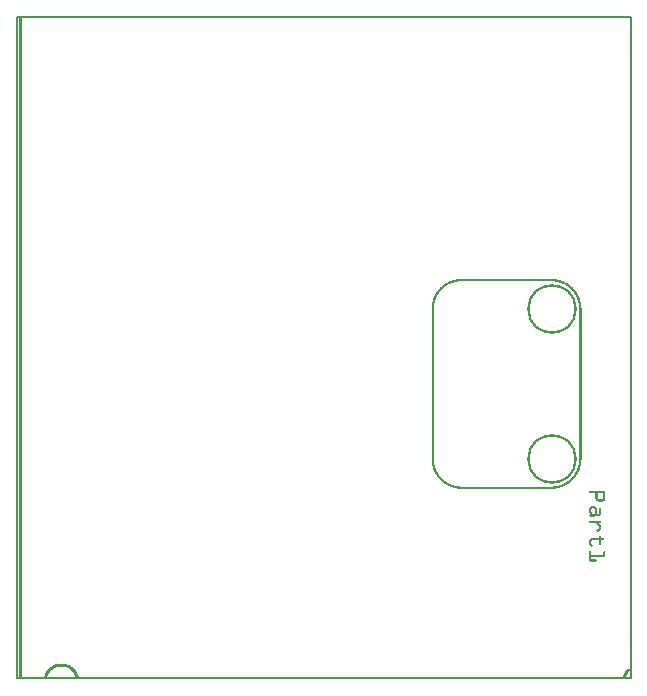
<source format=gto>
G04 MADE WITH FRITZING*
G04 WWW.FRITZING.ORG*
G04 DOUBLE SIDED*
G04 HOLES PLATED*
G04 CONTOUR ON CENTER OF CONTOUR VECTOR*
%ASAXBY*%
%FSLAX23Y23*%
%MOIN*%
%OFA0B0*%
%SFA1.0B1.0*%
%ADD10C,0.165480X0.14948*%
%ADD11R,2.055080X2.209630X2.039080X2.193630*%
%ADD12C,0.008000*%
%ADD13R,0.001000X0.001000*%
%LNSILK1*%
G90*
G70*
G54D10*
X1788Y1233D03*
X1788Y733D03*
G54D12*
X4Y2206D02*
X2051Y2206D01*
X2051Y4D01*
X4Y4D01*
X4Y2206D01*
D02*
G54D13*
X11Y2210D02*
X20Y2210D01*
X11Y2209D02*
X20Y2209D01*
X11Y2208D02*
X20Y2208D01*
X11Y2207D02*
X20Y2207D01*
X11Y2206D02*
X20Y2206D01*
X11Y2205D02*
X20Y2205D01*
X11Y2204D02*
X20Y2204D01*
X11Y2203D02*
X20Y2203D01*
X11Y2202D02*
X20Y2202D01*
X11Y2201D02*
X20Y2201D01*
X11Y2200D02*
X20Y2200D01*
X11Y2199D02*
X20Y2199D01*
X11Y2198D02*
X20Y2198D01*
X11Y2197D02*
X20Y2197D01*
X11Y2196D02*
X20Y2196D01*
X11Y2195D02*
X20Y2195D01*
X11Y2194D02*
X20Y2194D01*
X11Y2193D02*
X20Y2193D01*
X11Y2192D02*
X20Y2192D01*
X11Y2191D02*
X20Y2191D01*
X11Y2190D02*
X20Y2190D01*
X11Y2189D02*
X20Y2189D01*
X11Y2188D02*
X20Y2188D01*
X11Y2187D02*
X20Y2187D01*
X11Y2186D02*
X20Y2186D01*
X11Y2185D02*
X20Y2185D01*
X11Y2184D02*
X20Y2184D01*
X11Y2183D02*
X20Y2183D01*
X11Y2182D02*
X20Y2182D01*
X11Y2181D02*
X20Y2181D01*
X11Y2180D02*
X20Y2180D01*
X11Y2179D02*
X20Y2179D01*
X11Y2178D02*
X20Y2178D01*
X11Y2177D02*
X20Y2177D01*
X11Y2176D02*
X20Y2176D01*
X11Y2175D02*
X20Y2175D01*
X11Y2174D02*
X20Y2174D01*
X11Y2173D02*
X20Y2173D01*
X11Y2172D02*
X20Y2172D01*
X11Y2171D02*
X20Y2171D01*
X11Y2170D02*
X20Y2170D01*
X11Y2169D02*
X20Y2169D01*
X11Y2168D02*
X20Y2168D01*
X11Y2167D02*
X20Y2167D01*
X11Y2166D02*
X20Y2166D01*
X11Y2165D02*
X20Y2165D01*
X11Y2164D02*
X20Y2164D01*
X11Y2163D02*
X20Y2163D01*
X11Y2162D02*
X20Y2162D01*
X11Y2161D02*
X20Y2161D01*
X11Y2160D02*
X20Y2160D01*
X11Y2159D02*
X20Y2159D01*
X11Y2158D02*
X20Y2158D01*
X11Y2157D02*
X20Y2157D01*
X11Y2156D02*
X20Y2156D01*
X11Y2155D02*
X20Y2155D01*
X11Y2154D02*
X20Y2154D01*
X11Y2153D02*
X20Y2153D01*
X11Y2152D02*
X20Y2152D01*
X11Y2151D02*
X20Y2151D01*
X11Y2150D02*
X20Y2150D01*
X11Y2149D02*
X20Y2149D01*
X11Y2148D02*
X20Y2148D01*
X11Y2147D02*
X20Y2147D01*
X11Y2146D02*
X20Y2146D01*
X11Y2145D02*
X20Y2145D01*
X11Y2144D02*
X20Y2144D01*
X11Y2143D02*
X20Y2143D01*
X11Y2142D02*
X20Y2142D01*
X11Y2141D02*
X20Y2141D01*
X11Y2140D02*
X20Y2140D01*
X11Y2139D02*
X20Y2139D01*
X11Y2138D02*
X20Y2138D01*
X11Y2137D02*
X20Y2137D01*
X11Y2136D02*
X20Y2136D01*
X11Y2135D02*
X20Y2135D01*
X11Y2134D02*
X20Y2134D01*
X11Y2133D02*
X20Y2133D01*
X11Y2132D02*
X20Y2132D01*
X11Y2131D02*
X20Y2131D01*
X11Y2130D02*
X20Y2130D01*
X11Y2129D02*
X20Y2129D01*
X11Y2128D02*
X20Y2128D01*
X11Y2127D02*
X20Y2127D01*
X11Y2126D02*
X20Y2126D01*
X11Y2125D02*
X20Y2125D01*
X11Y2124D02*
X20Y2124D01*
X11Y2123D02*
X20Y2123D01*
X11Y2122D02*
X20Y2122D01*
X11Y2121D02*
X20Y2121D01*
X11Y2120D02*
X20Y2120D01*
X11Y2119D02*
X20Y2119D01*
X11Y2118D02*
X20Y2118D01*
X11Y2117D02*
X20Y2117D01*
X11Y2116D02*
X20Y2116D01*
X11Y2115D02*
X20Y2115D01*
X11Y2114D02*
X20Y2114D01*
X11Y2113D02*
X20Y2113D01*
X11Y2112D02*
X20Y2112D01*
X11Y2111D02*
X20Y2111D01*
X11Y2110D02*
X20Y2110D01*
X11Y2109D02*
X20Y2109D01*
X11Y2108D02*
X20Y2108D01*
X11Y2107D02*
X20Y2107D01*
X11Y2106D02*
X20Y2106D01*
X11Y2105D02*
X20Y2105D01*
X11Y2104D02*
X20Y2104D01*
X11Y2103D02*
X20Y2103D01*
X11Y2102D02*
X20Y2102D01*
X11Y2101D02*
X20Y2101D01*
X11Y2100D02*
X20Y2100D01*
X11Y2099D02*
X20Y2099D01*
X11Y2098D02*
X20Y2098D01*
X11Y2097D02*
X20Y2097D01*
X11Y2096D02*
X20Y2096D01*
X11Y2095D02*
X20Y2095D01*
X11Y2094D02*
X20Y2094D01*
X11Y2093D02*
X20Y2093D01*
X11Y2092D02*
X20Y2092D01*
X11Y2091D02*
X20Y2091D01*
X11Y2090D02*
X20Y2090D01*
X11Y2089D02*
X20Y2089D01*
X11Y2088D02*
X20Y2088D01*
X11Y2087D02*
X20Y2087D01*
X11Y2086D02*
X20Y2086D01*
X11Y2085D02*
X20Y2085D01*
X11Y2084D02*
X20Y2084D01*
X11Y2083D02*
X20Y2083D01*
X11Y2082D02*
X20Y2082D01*
X11Y2081D02*
X20Y2081D01*
X11Y2080D02*
X20Y2080D01*
X11Y2079D02*
X20Y2079D01*
X11Y2078D02*
X20Y2078D01*
X11Y2077D02*
X20Y2077D01*
X11Y2076D02*
X20Y2076D01*
X11Y2075D02*
X20Y2075D01*
X11Y2074D02*
X20Y2074D01*
X11Y2073D02*
X20Y2073D01*
X11Y2072D02*
X20Y2072D01*
X11Y2071D02*
X20Y2071D01*
X11Y2070D02*
X20Y2070D01*
X11Y2069D02*
X20Y2069D01*
X11Y2068D02*
X20Y2068D01*
X11Y2067D02*
X20Y2067D01*
X11Y2066D02*
X20Y2066D01*
X11Y2065D02*
X20Y2065D01*
X11Y2064D02*
X20Y2064D01*
X11Y2063D02*
X20Y2063D01*
X11Y2062D02*
X20Y2062D01*
X11Y2061D02*
X20Y2061D01*
X11Y2060D02*
X20Y2060D01*
X11Y2059D02*
X20Y2059D01*
X11Y2058D02*
X20Y2058D01*
X11Y2057D02*
X20Y2057D01*
X11Y2056D02*
X20Y2056D01*
X11Y2055D02*
X20Y2055D01*
X11Y2054D02*
X20Y2054D01*
X11Y2053D02*
X20Y2053D01*
X11Y2052D02*
X20Y2052D01*
X11Y2051D02*
X20Y2051D01*
X11Y2050D02*
X20Y2050D01*
X11Y2049D02*
X20Y2049D01*
X11Y2048D02*
X20Y2048D01*
X11Y2047D02*
X20Y2047D01*
X11Y2046D02*
X20Y2046D01*
X11Y2045D02*
X20Y2045D01*
X11Y2044D02*
X20Y2044D01*
X11Y2043D02*
X20Y2043D01*
X11Y2042D02*
X20Y2042D01*
X11Y2041D02*
X20Y2041D01*
X11Y2040D02*
X20Y2040D01*
X11Y2039D02*
X20Y2039D01*
X11Y2038D02*
X20Y2038D01*
X11Y2037D02*
X20Y2037D01*
X11Y2036D02*
X20Y2036D01*
X11Y2035D02*
X20Y2035D01*
X11Y2034D02*
X20Y2034D01*
X11Y2033D02*
X20Y2033D01*
X11Y2032D02*
X20Y2032D01*
X11Y2031D02*
X20Y2031D01*
X11Y2030D02*
X20Y2030D01*
X11Y2029D02*
X20Y2029D01*
X11Y2028D02*
X20Y2028D01*
X11Y2027D02*
X20Y2027D01*
X11Y2026D02*
X20Y2026D01*
X11Y2025D02*
X20Y2025D01*
X11Y2024D02*
X20Y2024D01*
X11Y2023D02*
X20Y2023D01*
X11Y2022D02*
X20Y2022D01*
X11Y2021D02*
X20Y2021D01*
X11Y2020D02*
X20Y2020D01*
X11Y2019D02*
X20Y2019D01*
X11Y2018D02*
X20Y2018D01*
X11Y2017D02*
X20Y2017D01*
X11Y2016D02*
X20Y2016D01*
X11Y2015D02*
X20Y2015D01*
X11Y2014D02*
X20Y2014D01*
X11Y2013D02*
X20Y2013D01*
X11Y2012D02*
X20Y2012D01*
X11Y2011D02*
X20Y2011D01*
X11Y2010D02*
X20Y2010D01*
X11Y2009D02*
X20Y2009D01*
X11Y2008D02*
X20Y2008D01*
X11Y2007D02*
X20Y2007D01*
X11Y2006D02*
X20Y2006D01*
X11Y2005D02*
X20Y2005D01*
X11Y2004D02*
X20Y2004D01*
X11Y2003D02*
X20Y2003D01*
X11Y2002D02*
X20Y2002D01*
X11Y2001D02*
X20Y2001D01*
X11Y2000D02*
X20Y2000D01*
X11Y1999D02*
X20Y1999D01*
X11Y1998D02*
X20Y1998D01*
X11Y1997D02*
X20Y1997D01*
X11Y1996D02*
X20Y1996D01*
X11Y1995D02*
X20Y1995D01*
X11Y1994D02*
X20Y1994D01*
X11Y1993D02*
X20Y1993D01*
X11Y1992D02*
X20Y1992D01*
X11Y1991D02*
X20Y1991D01*
X11Y1990D02*
X20Y1990D01*
X11Y1989D02*
X20Y1989D01*
X11Y1988D02*
X20Y1988D01*
X11Y1987D02*
X20Y1987D01*
X11Y1986D02*
X20Y1986D01*
X11Y1985D02*
X20Y1985D01*
X11Y1984D02*
X20Y1984D01*
X11Y1983D02*
X20Y1983D01*
X11Y1982D02*
X20Y1982D01*
X11Y1981D02*
X20Y1981D01*
X11Y1980D02*
X20Y1980D01*
X11Y1979D02*
X20Y1979D01*
X11Y1978D02*
X20Y1978D01*
X11Y1977D02*
X20Y1977D01*
X11Y1976D02*
X20Y1976D01*
X11Y1975D02*
X20Y1975D01*
X11Y1974D02*
X20Y1974D01*
X11Y1973D02*
X20Y1973D01*
X11Y1972D02*
X20Y1972D01*
X11Y1971D02*
X20Y1971D01*
X11Y1970D02*
X20Y1970D01*
X11Y1969D02*
X20Y1969D01*
X11Y1968D02*
X20Y1968D01*
X11Y1967D02*
X20Y1967D01*
X11Y1966D02*
X20Y1966D01*
X11Y1965D02*
X20Y1965D01*
X11Y1964D02*
X20Y1964D01*
X11Y1963D02*
X20Y1963D01*
X11Y1962D02*
X20Y1962D01*
X11Y1961D02*
X20Y1961D01*
X11Y1960D02*
X20Y1960D01*
X11Y1959D02*
X20Y1959D01*
X11Y1958D02*
X20Y1958D01*
X11Y1957D02*
X20Y1957D01*
X11Y1956D02*
X20Y1956D01*
X11Y1955D02*
X20Y1955D01*
X11Y1954D02*
X20Y1954D01*
X11Y1953D02*
X20Y1953D01*
X11Y1952D02*
X20Y1952D01*
X11Y1951D02*
X20Y1951D01*
X11Y1950D02*
X20Y1950D01*
X11Y1949D02*
X20Y1949D01*
X11Y1948D02*
X20Y1948D01*
X11Y1947D02*
X20Y1947D01*
X11Y1946D02*
X20Y1946D01*
X11Y1945D02*
X20Y1945D01*
X11Y1944D02*
X20Y1944D01*
X11Y1943D02*
X20Y1943D01*
X11Y1942D02*
X20Y1942D01*
X11Y1941D02*
X20Y1941D01*
X11Y1940D02*
X20Y1940D01*
X11Y1939D02*
X20Y1939D01*
X11Y1938D02*
X20Y1938D01*
X11Y1937D02*
X20Y1937D01*
X11Y1936D02*
X20Y1936D01*
X11Y1935D02*
X20Y1935D01*
X11Y1934D02*
X20Y1934D01*
X11Y1933D02*
X20Y1933D01*
X11Y1932D02*
X20Y1932D01*
X11Y1931D02*
X20Y1931D01*
X11Y1930D02*
X20Y1930D01*
X11Y1929D02*
X20Y1929D01*
X11Y1928D02*
X20Y1928D01*
X11Y1927D02*
X20Y1927D01*
X11Y1926D02*
X20Y1926D01*
X11Y1925D02*
X20Y1925D01*
X11Y1924D02*
X20Y1924D01*
X11Y1923D02*
X20Y1923D01*
X11Y1922D02*
X20Y1922D01*
X11Y1921D02*
X20Y1921D01*
X11Y1920D02*
X20Y1920D01*
X11Y1919D02*
X20Y1919D01*
X11Y1918D02*
X20Y1918D01*
X11Y1917D02*
X20Y1917D01*
X11Y1916D02*
X20Y1916D01*
X11Y1915D02*
X20Y1915D01*
X11Y1914D02*
X20Y1914D01*
X11Y1913D02*
X20Y1913D01*
X11Y1912D02*
X20Y1912D01*
X11Y1911D02*
X20Y1911D01*
X11Y1910D02*
X20Y1910D01*
X11Y1909D02*
X20Y1909D01*
X11Y1908D02*
X20Y1908D01*
X11Y1907D02*
X20Y1907D01*
X11Y1906D02*
X20Y1906D01*
X11Y1905D02*
X20Y1905D01*
X11Y1904D02*
X20Y1904D01*
X11Y1903D02*
X20Y1903D01*
X11Y1902D02*
X20Y1902D01*
X11Y1901D02*
X20Y1901D01*
X11Y1900D02*
X20Y1900D01*
X11Y1899D02*
X20Y1899D01*
X11Y1898D02*
X20Y1898D01*
X11Y1897D02*
X20Y1897D01*
X11Y1896D02*
X20Y1896D01*
X11Y1895D02*
X20Y1895D01*
X11Y1894D02*
X20Y1894D01*
X11Y1893D02*
X20Y1893D01*
X11Y1892D02*
X20Y1892D01*
X11Y1891D02*
X20Y1891D01*
X11Y1890D02*
X20Y1890D01*
X11Y1889D02*
X20Y1889D01*
X11Y1888D02*
X20Y1888D01*
X11Y1887D02*
X20Y1887D01*
X11Y1886D02*
X20Y1886D01*
X11Y1885D02*
X20Y1885D01*
X11Y1884D02*
X20Y1884D01*
X11Y1883D02*
X20Y1883D01*
X11Y1882D02*
X20Y1882D01*
X11Y1881D02*
X20Y1881D01*
X11Y1880D02*
X20Y1880D01*
X11Y1879D02*
X20Y1879D01*
X11Y1878D02*
X20Y1878D01*
X11Y1877D02*
X20Y1877D01*
X11Y1876D02*
X20Y1876D01*
X11Y1875D02*
X20Y1875D01*
X11Y1874D02*
X20Y1874D01*
X11Y1873D02*
X20Y1873D01*
X11Y1872D02*
X20Y1872D01*
X11Y1871D02*
X20Y1871D01*
X11Y1870D02*
X20Y1870D01*
X11Y1869D02*
X20Y1869D01*
X11Y1868D02*
X20Y1868D01*
X11Y1867D02*
X20Y1867D01*
X11Y1866D02*
X20Y1866D01*
X11Y1865D02*
X20Y1865D01*
X11Y1864D02*
X20Y1864D01*
X11Y1863D02*
X20Y1863D01*
X11Y1862D02*
X20Y1862D01*
X11Y1861D02*
X20Y1861D01*
X11Y1860D02*
X20Y1860D01*
X11Y1859D02*
X20Y1859D01*
X11Y1858D02*
X20Y1858D01*
X11Y1857D02*
X20Y1857D01*
X11Y1856D02*
X20Y1856D01*
X11Y1855D02*
X20Y1855D01*
X11Y1854D02*
X20Y1854D01*
X11Y1853D02*
X20Y1853D01*
X11Y1852D02*
X20Y1852D01*
X11Y1851D02*
X20Y1851D01*
X11Y1850D02*
X20Y1850D01*
X11Y1849D02*
X20Y1849D01*
X11Y1848D02*
X20Y1848D01*
X11Y1847D02*
X20Y1847D01*
X11Y1846D02*
X20Y1846D01*
X11Y1845D02*
X20Y1845D01*
X11Y1844D02*
X20Y1844D01*
X11Y1843D02*
X20Y1843D01*
X11Y1842D02*
X20Y1842D01*
X11Y1841D02*
X20Y1841D01*
X11Y1840D02*
X20Y1840D01*
X11Y1839D02*
X20Y1839D01*
X11Y1838D02*
X20Y1838D01*
X11Y1837D02*
X20Y1837D01*
X11Y1836D02*
X20Y1836D01*
X11Y1835D02*
X20Y1835D01*
X11Y1834D02*
X20Y1834D01*
X11Y1833D02*
X20Y1833D01*
X11Y1832D02*
X20Y1832D01*
X11Y1831D02*
X20Y1831D01*
X11Y1830D02*
X20Y1830D01*
X11Y1829D02*
X20Y1829D01*
X11Y1828D02*
X20Y1828D01*
X11Y1827D02*
X20Y1827D01*
X11Y1826D02*
X20Y1826D01*
X11Y1825D02*
X20Y1825D01*
X11Y1824D02*
X20Y1824D01*
X11Y1823D02*
X20Y1823D01*
X11Y1822D02*
X20Y1822D01*
X11Y1821D02*
X20Y1821D01*
X11Y1820D02*
X20Y1820D01*
X11Y1819D02*
X20Y1819D01*
X11Y1818D02*
X20Y1818D01*
X11Y1817D02*
X20Y1817D01*
X11Y1816D02*
X20Y1816D01*
X11Y1815D02*
X20Y1815D01*
X11Y1814D02*
X20Y1814D01*
X11Y1813D02*
X20Y1813D01*
X11Y1812D02*
X20Y1812D01*
X11Y1811D02*
X20Y1811D01*
X11Y1810D02*
X20Y1810D01*
X11Y1809D02*
X20Y1809D01*
X11Y1808D02*
X20Y1808D01*
X11Y1807D02*
X20Y1807D01*
X11Y1806D02*
X20Y1806D01*
X11Y1805D02*
X20Y1805D01*
X11Y1804D02*
X20Y1804D01*
X11Y1803D02*
X20Y1803D01*
X11Y1802D02*
X20Y1802D01*
X11Y1801D02*
X20Y1801D01*
X11Y1800D02*
X20Y1800D01*
X11Y1799D02*
X20Y1799D01*
X11Y1798D02*
X20Y1798D01*
X11Y1797D02*
X20Y1797D01*
X11Y1796D02*
X20Y1796D01*
X11Y1795D02*
X20Y1795D01*
X11Y1794D02*
X20Y1794D01*
X11Y1793D02*
X20Y1793D01*
X11Y1792D02*
X20Y1792D01*
X11Y1791D02*
X20Y1791D01*
X11Y1790D02*
X20Y1790D01*
X11Y1789D02*
X20Y1789D01*
X11Y1788D02*
X20Y1788D01*
X11Y1787D02*
X20Y1787D01*
X11Y1786D02*
X20Y1786D01*
X11Y1785D02*
X20Y1785D01*
X11Y1784D02*
X20Y1784D01*
X11Y1783D02*
X20Y1783D01*
X11Y1782D02*
X20Y1782D01*
X11Y1781D02*
X20Y1781D01*
X11Y1780D02*
X20Y1780D01*
X11Y1779D02*
X20Y1779D01*
X11Y1778D02*
X20Y1778D01*
X11Y1777D02*
X20Y1777D01*
X11Y1776D02*
X20Y1776D01*
X11Y1775D02*
X20Y1775D01*
X11Y1774D02*
X20Y1774D01*
X11Y1773D02*
X20Y1773D01*
X11Y1772D02*
X20Y1772D01*
X11Y1771D02*
X20Y1771D01*
X11Y1770D02*
X20Y1770D01*
X11Y1769D02*
X20Y1769D01*
X11Y1768D02*
X20Y1768D01*
X11Y1767D02*
X20Y1767D01*
X11Y1766D02*
X20Y1766D01*
X11Y1765D02*
X20Y1765D01*
X11Y1764D02*
X20Y1764D01*
X11Y1763D02*
X20Y1763D01*
X11Y1762D02*
X20Y1762D01*
X11Y1761D02*
X20Y1761D01*
X11Y1760D02*
X20Y1760D01*
X11Y1759D02*
X20Y1759D01*
X11Y1758D02*
X20Y1758D01*
X11Y1757D02*
X20Y1757D01*
X11Y1756D02*
X20Y1756D01*
X11Y1755D02*
X20Y1755D01*
X11Y1754D02*
X20Y1754D01*
X11Y1753D02*
X20Y1753D01*
X11Y1752D02*
X20Y1752D01*
X11Y1751D02*
X20Y1751D01*
X11Y1750D02*
X20Y1750D01*
X11Y1749D02*
X20Y1749D01*
X11Y1748D02*
X20Y1748D01*
X11Y1747D02*
X20Y1747D01*
X11Y1746D02*
X20Y1746D01*
X11Y1745D02*
X20Y1745D01*
X11Y1744D02*
X20Y1744D01*
X11Y1743D02*
X20Y1743D01*
X11Y1742D02*
X20Y1742D01*
X11Y1741D02*
X20Y1741D01*
X11Y1740D02*
X20Y1740D01*
X11Y1739D02*
X20Y1739D01*
X11Y1738D02*
X20Y1738D01*
X11Y1737D02*
X20Y1737D01*
X11Y1736D02*
X20Y1736D01*
X11Y1735D02*
X20Y1735D01*
X11Y1734D02*
X20Y1734D01*
X11Y1733D02*
X20Y1733D01*
X11Y1732D02*
X20Y1732D01*
X11Y1731D02*
X20Y1731D01*
X11Y1730D02*
X20Y1730D01*
X11Y1729D02*
X20Y1729D01*
X11Y1728D02*
X20Y1728D01*
X11Y1727D02*
X20Y1727D01*
X11Y1726D02*
X20Y1726D01*
X11Y1725D02*
X20Y1725D01*
X11Y1724D02*
X20Y1724D01*
X11Y1723D02*
X20Y1723D01*
X11Y1722D02*
X20Y1722D01*
X11Y1721D02*
X20Y1721D01*
X11Y1720D02*
X20Y1720D01*
X11Y1719D02*
X20Y1719D01*
X11Y1718D02*
X20Y1718D01*
X11Y1717D02*
X20Y1717D01*
X11Y1716D02*
X20Y1716D01*
X11Y1715D02*
X20Y1715D01*
X11Y1714D02*
X20Y1714D01*
X11Y1713D02*
X20Y1713D01*
X11Y1712D02*
X20Y1712D01*
X11Y1711D02*
X20Y1711D01*
X11Y1710D02*
X20Y1710D01*
X11Y1709D02*
X20Y1709D01*
X11Y1708D02*
X20Y1708D01*
X11Y1707D02*
X20Y1707D01*
X11Y1706D02*
X20Y1706D01*
X11Y1705D02*
X20Y1705D01*
X11Y1704D02*
X20Y1704D01*
X11Y1703D02*
X20Y1703D01*
X11Y1702D02*
X20Y1702D01*
X11Y1701D02*
X20Y1701D01*
X11Y1700D02*
X20Y1700D01*
X11Y1699D02*
X20Y1699D01*
X11Y1698D02*
X20Y1698D01*
X11Y1697D02*
X20Y1697D01*
X11Y1696D02*
X20Y1696D01*
X11Y1695D02*
X20Y1695D01*
X11Y1694D02*
X20Y1694D01*
X11Y1693D02*
X20Y1693D01*
X11Y1692D02*
X20Y1692D01*
X11Y1691D02*
X20Y1691D01*
X11Y1690D02*
X20Y1690D01*
X11Y1689D02*
X20Y1689D01*
X11Y1688D02*
X20Y1688D01*
X11Y1687D02*
X20Y1687D01*
X11Y1686D02*
X20Y1686D01*
X11Y1685D02*
X20Y1685D01*
X11Y1684D02*
X20Y1684D01*
X11Y1683D02*
X20Y1683D01*
X11Y1682D02*
X20Y1682D01*
X11Y1681D02*
X20Y1681D01*
X11Y1680D02*
X20Y1680D01*
X11Y1679D02*
X20Y1679D01*
X11Y1678D02*
X20Y1678D01*
X11Y1677D02*
X20Y1677D01*
X11Y1676D02*
X20Y1676D01*
X11Y1675D02*
X20Y1675D01*
X11Y1674D02*
X20Y1674D01*
X11Y1673D02*
X20Y1673D01*
X11Y1672D02*
X20Y1672D01*
X11Y1671D02*
X20Y1671D01*
X11Y1670D02*
X20Y1670D01*
X11Y1669D02*
X20Y1669D01*
X11Y1668D02*
X20Y1668D01*
X11Y1667D02*
X20Y1667D01*
X11Y1666D02*
X20Y1666D01*
X11Y1665D02*
X20Y1665D01*
X11Y1664D02*
X20Y1664D01*
X11Y1663D02*
X20Y1663D01*
X11Y1662D02*
X20Y1662D01*
X11Y1661D02*
X20Y1661D01*
X11Y1660D02*
X20Y1660D01*
X11Y1659D02*
X20Y1659D01*
X11Y1658D02*
X20Y1658D01*
X11Y1657D02*
X20Y1657D01*
X11Y1656D02*
X20Y1656D01*
X11Y1655D02*
X20Y1655D01*
X11Y1654D02*
X20Y1654D01*
X11Y1653D02*
X20Y1653D01*
X11Y1652D02*
X20Y1652D01*
X11Y1651D02*
X20Y1651D01*
X11Y1650D02*
X20Y1650D01*
X11Y1649D02*
X20Y1649D01*
X11Y1648D02*
X20Y1648D01*
X11Y1647D02*
X20Y1647D01*
X11Y1646D02*
X20Y1646D01*
X11Y1645D02*
X20Y1645D01*
X11Y1644D02*
X20Y1644D01*
X11Y1643D02*
X20Y1643D01*
X11Y1642D02*
X20Y1642D01*
X11Y1641D02*
X20Y1641D01*
X11Y1640D02*
X20Y1640D01*
X11Y1639D02*
X20Y1639D01*
X11Y1638D02*
X20Y1638D01*
X11Y1637D02*
X20Y1637D01*
X11Y1636D02*
X20Y1636D01*
X11Y1635D02*
X20Y1635D01*
X11Y1634D02*
X20Y1634D01*
X11Y1633D02*
X20Y1633D01*
X11Y1632D02*
X20Y1632D01*
X11Y1631D02*
X20Y1631D01*
X11Y1630D02*
X20Y1630D01*
X11Y1629D02*
X20Y1629D01*
X11Y1628D02*
X20Y1628D01*
X11Y1627D02*
X20Y1627D01*
X11Y1626D02*
X20Y1626D01*
X11Y1625D02*
X20Y1625D01*
X11Y1624D02*
X20Y1624D01*
X11Y1623D02*
X20Y1623D01*
X11Y1622D02*
X20Y1622D01*
X11Y1621D02*
X20Y1621D01*
X11Y1620D02*
X20Y1620D01*
X11Y1619D02*
X20Y1619D01*
X11Y1618D02*
X20Y1618D01*
X11Y1617D02*
X20Y1617D01*
X11Y1616D02*
X20Y1616D01*
X11Y1615D02*
X20Y1615D01*
X11Y1614D02*
X20Y1614D01*
X11Y1613D02*
X20Y1613D01*
X11Y1612D02*
X20Y1612D01*
X11Y1611D02*
X20Y1611D01*
X11Y1610D02*
X20Y1610D01*
X11Y1609D02*
X20Y1609D01*
X11Y1608D02*
X20Y1608D01*
X11Y1607D02*
X20Y1607D01*
X11Y1606D02*
X20Y1606D01*
X11Y1605D02*
X20Y1605D01*
X11Y1604D02*
X20Y1604D01*
X11Y1603D02*
X20Y1603D01*
X11Y1602D02*
X20Y1602D01*
X11Y1601D02*
X20Y1601D01*
X11Y1600D02*
X20Y1600D01*
X11Y1599D02*
X20Y1599D01*
X11Y1598D02*
X20Y1598D01*
X11Y1597D02*
X20Y1597D01*
X11Y1596D02*
X20Y1596D01*
X11Y1595D02*
X20Y1595D01*
X11Y1594D02*
X20Y1594D01*
X11Y1593D02*
X20Y1593D01*
X11Y1592D02*
X20Y1592D01*
X11Y1591D02*
X20Y1591D01*
X11Y1590D02*
X20Y1590D01*
X11Y1589D02*
X20Y1589D01*
X11Y1588D02*
X20Y1588D01*
X11Y1587D02*
X20Y1587D01*
X11Y1586D02*
X20Y1586D01*
X11Y1585D02*
X20Y1585D01*
X11Y1584D02*
X20Y1584D01*
X11Y1583D02*
X20Y1583D01*
X11Y1582D02*
X20Y1582D01*
X11Y1581D02*
X20Y1581D01*
X11Y1580D02*
X20Y1580D01*
X11Y1579D02*
X20Y1579D01*
X11Y1578D02*
X20Y1578D01*
X11Y1577D02*
X20Y1577D01*
X11Y1576D02*
X20Y1576D01*
X11Y1575D02*
X20Y1575D01*
X11Y1574D02*
X20Y1574D01*
X11Y1573D02*
X20Y1573D01*
X11Y1572D02*
X20Y1572D01*
X11Y1571D02*
X20Y1571D01*
X11Y1570D02*
X20Y1570D01*
X11Y1569D02*
X20Y1569D01*
X11Y1568D02*
X20Y1568D01*
X11Y1567D02*
X20Y1567D01*
X11Y1566D02*
X20Y1566D01*
X11Y1565D02*
X20Y1565D01*
X11Y1564D02*
X20Y1564D01*
X11Y1563D02*
X20Y1563D01*
X11Y1562D02*
X20Y1562D01*
X11Y1561D02*
X20Y1561D01*
X11Y1560D02*
X20Y1560D01*
X11Y1559D02*
X20Y1559D01*
X11Y1558D02*
X20Y1558D01*
X11Y1557D02*
X20Y1557D01*
X11Y1556D02*
X20Y1556D01*
X11Y1555D02*
X20Y1555D01*
X11Y1554D02*
X20Y1554D01*
X11Y1553D02*
X20Y1553D01*
X11Y1552D02*
X20Y1552D01*
X11Y1551D02*
X20Y1551D01*
X11Y1550D02*
X20Y1550D01*
X11Y1549D02*
X20Y1549D01*
X11Y1548D02*
X20Y1548D01*
X11Y1547D02*
X20Y1547D01*
X11Y1546D02*
X20Y1546D01*
X11Y1545D02*
X20Y1545D01*
X11Y1544D02*
X20Y1544D01*
X11Y1543D02*
X20Y1543D01*
X11Y1542D02*
X20Y1542D01*
X11Y1541D02*
X20Y1541D01*
X11Y1540D02*
X20Y1540D01*
X11Y1539D02*
X20Y1539D01*
X11Y1538D02*
X20Y1538D01*
X11Y1537D02*
X20Y1537D01*
X11Y1536D02*
X20Y1536D01*
X11Y1535D02*
X20Y1535D01*
X11Y1534D02*
X20Y1534D01*
X11Y1533D02*
X20Y1533D01*
X11Y1532D02*
X20Y1532D01*
X11Y1531D02*
X20Y1531D01*
X11Y1530D02*
X20Y1530D01*
X11Y1529D02*
X20Y1529D01*
X11Y1528D02*
X20Y1528D01*
X11Y1527D02*
X20Y1527D01*
X11Y1526D02*
X20Y1526D01*
X11Y1525D02*
X20Y1525D01*
X11Y1524D02*
X20Y1524D01*
X11Y1523D02*
X20Y1523D01*
X11Y1522D02*
X20Y1522D01*
X11Y1521D02*
X20Y1521D01*
X11Y1520D02*
X20Y1520D01*
X11Y1519D02*
X20Y1519D01*
X11Y1518D02*
X20Y1518D01*
X11Y1517D02*
X20Y1517D01*
X11Y1516D02*
X20Y1516D01*
X11Y1515D02*
X20Y1515D01*
X11Y1514D02*
X20Y1514D01*
X11Y1513D02*
X20Y1513D01*
X11Y1512D02*
X20Y1512D01*
X11Y1511D02*
X20Y1511D01*
X11Y1510D02*
X20Y1510D01*
X11Y1509D02*
X20Y1509D01*
X11Y1508D02*
X20Y1508D01*
X11Y1507D02*
X20Y1507D01*
X11Y1506D02*
X20Y1506D01*
X11Y1505D02*
X20Y1505D01*
X11Y1504D02*
X20Y1504D01*
X11Y1503D02*
X20Y1503D01*
X11Y1502D02*
X20Y1502D01*
X11Y1501D02*
X20Y1501D01*
X11Y1500D02*
X20Y1500D01*
X11Y1499D02*
X20Y1499D01*
X11Y1498D02*
X20Y1498D01*
X11Y1497D02*
X20Y1497D01*
X11Y1496D02*
X20Y1496D01*
X11Y1495D02*
X20Y1495D01*
X11Y1494D02*
X20Y1494D01*
X11Y1493D02*
X20Y1493D01*
X11Y1492D02*
X20Y1492D01*
X11Y1491D02*
X20Y1491D01*
X11Y1490D02*
X20Y1490D01*
X11Y1489D02*
X20Y1489D01*
X11Y1488D02*
X20Y1488D01*
X11Y1487D02*
X20Y1487D01*
X11Y1486D02*
X20Y1486D01*
X11Y1485D02*
X20Y1485D01*
X11Y1484D02*
X20Y1484D01*
X11Y1483D02*
X20Y1483D01*
X11Y1482D02*
X20Y1482D01*
X11Y1481D02*
X20Y1481D01*
X11Y1480D02*
X20Y1480D01*
X11Y1479D02*
X20Y1479D01*
X11Y1478D02*
X20Y1478D01*
X11Y1477D02*
X20Y1477D01*
X11Y1476D02*
X20Y1476D01*
X11Y1475D02*
X20Y1475D01*
X11Y1474D02*
X20Y1474D01*
X11Y1473D02*
X20Y1473D01*
X11Y1472D02*
X20Y1472D01*
X11Y1471D02*
X20Y1471D01*
X11Y1470D02*
X20Y1470D01*
X11Y1469D02*
X20Y1469D01*
X11Y1468D02*
X20Y1468D01*
X11Y1467D02*
X20Y1467D01*
X11Y1466D02*
X20Y1466D01*
X11Y1465D02*
X20Y1465D01*
X11Y1464D02*
X20Y1464D01*
X11Y1463D02*
X20Y1463D01*
X11Y1462D02*
X20Y1462D01*
X11Y1461D02*
X20Y1461D01*
X11Y1460D02*
X20Y1460D01*
X11Y1459D02*
X20Y1459D01*
X11Y1458D02*
X20Y1458D01*
X11Y1457D02*
X20Y1457D01*
X11Y1456D02*
X20Y1456D01*
X11Y1455D02*
X20Y1455D01*
X11Y1454D02*
X20Y1454D01*
X11Y1453D02*
X20Y1453D01*
X11Y1452D02*
X20Y1452D01*
X11Y1451D02*
X20Y1451D01*
X11Y1450D02*
X20Y1450D01*
X11Y1449D02*
X20Y1449D01*
X11Y1448D02*
X20Y1448D01*
X11Y1447D02*
X20Y1447D01*
X11Y1446D02*
X20Y1446D01*
X11Y1445D02*
X20Y1445D01*
X11Y1444D02*
X20Y1444D01*
X11Y1443D02*
X20Y1443D01*
X11Y1442D02*
X20Y1442D01*
X11Y1441D02*
X20Y1441D01*
X11Y1440D02*
X20Y1440D01*
X11Y1439D02*
X20Y1439D01*
X11Y1438D02*
X20Y1438D01*
X11Y1437D02*
X20Y1437D01*
X11Y1436D02*
X20Y1436D01*
X11Y1435D02*
X20Y1435D01*
X11Y1434D02*
X20Y1434D01*
X11Y1433D02*
X20Y1433D01*
X11Y1432D02*
X20Y1432D01*
X11Y1431D02*
X20Y1431D01*
X11Y1430D02*
X20Y1430D01*
X11Y1429D02*
X20Y1429D01*
X11Y1428D02*
X20Y1428D01*
X11Y1427D02*
X20Y1427D01*
X11Y1426D02*
X20Y1426D01*
X11Y1425D02*
X20Y1425D01*
X11Y1424D02*
X20Y1424D01*
X11Y1423D02*
X20Y1423D01*
X11Y1422D02*
X20Y1422D01*
X11Y1421D02*
X20Y1421D01*
X11Y1420D02*
X20Y1420D01*
X11Y1419D02*
X20Y1419D01*
X11Y1418D02*
X20Y1418D01*
X11Y1417D02*
X20Y1417D01*
X11Y1416D02*
X20Y1416D01*
X11Y1415D02*
X20Y1415D01*
X11Y1414D02*
X20Y1414D01*
X11Y1413D02*
X20Y1413D01*
X11Y1412D02*
X20Y1412D01*
X11Y1411D02*
X20Y1411D01*
X11Y1410D02*
X20Y1410D01*
X11Y1409D02*
X20Y1409D01*
X11Y1408D02*
X20Y1408D01*
X11Y1407D02*
X20Y1407D01*
X11Y1406D02*
X20Y1406D01*
X11Y1405D02*
X20Y1405D01*
X11Y1404D02*
X20Y1404D01*
X11Y1403D02*
X20Y1403D01*
X11Y1402D02*
X20Y1402D01*
X11Y1401D02*
X20Y1401D01*
X11Y1400D02*
X20Y1400D01*
X11Y1399D02*
X20Y1399D01*
X11Y1398D02*
X20Y1398D01*
X11Y1397D02*
X20Y1397D01*
X11Y1396D02*
X20Y1396D01*
X11Y1395D02*
X20Y1395D01*
X11Y1394D02*
X20Y1394D01*
X11Y1393D02*
X20Y1393D01*
X11Y1392D02*
X20Y1392D01*
X11Y1391D02*
X20Y1391D01*
X11Y1390D02*
X20Y1390D01*
X11Y1389D02*
X20Y1389D01*
X11Y1388D02*
X20Y1388D01*
X11Y1387D02*
X20Y1387D01*
X11Y1386D02*
X20Y1386D01*
X11Y1385D02*
X20Y1385D01*
X11Y1384D02*
X20Y1384D01*
X11Y1383D02*
X20Y1383D01*
X11Y1382D02*
X20Y1382D01*
X11Y1381D02*
X20Y1381D01*
X11Y1380D02*
X20Y1380D01*
X11Y1379D02*
X20Y1379D01*
X11Y1378D02*
X20Y1378D01*
X11Y1377D02*
X20Y1377D01*
X11Y1376D02*
X20Y1376D01*
X11Y1375D02*
X20Y1375D01*
X11Y1374D02*
X20Y1374D01*
X11Y1373D02*
X20Y1373D01*
X11Y1372D02*
X20Y1372D01*
X11Y1371D02*
X20Y1371D01*
X11Y1370D02*
X20Y1370D01*
X11Y1369D02*
X20Y1369D01*
X11Y1368D02*
X20Y1368D01*
X11Y1367D02*
X20Y1367D01*
X11Y1366D02*
X20Y1366D01*
X11Y1365D02*
X20Y1365D01*
X11Y1364D02*
X20Y1364D01*
X11Y1363D02*
X20Y1363D01*
X11Y1362D02*
X20Y1362D01*
X11Y1361D02*
X20Y1361D01*
X11Y1360D02*
X20Y1360D01*
X11Y1359D02*
X20Y1359D01*
X11Y1358D02*
X20Y1358D01*
X11Y1357D02*
X20Y1357D01*
X11Y1356D02*
X20Y1356D01*
X11Y1355D02*
X20Y1355D01*
X11Y1354D02*
X20Y1354D01*
X11Y1353D02*
X20Y1353D01*
X11Y1352D02*
X20Y1352D01*
X11Y1351D02*
X20Y1351D01*
X11Y1350D02*
X20Y1350D01*
X11Y1349D02*
X20Y1349D01*
X11Y1348D02*
X20Y1348D01*
X11Y1347D02*
X20Y1347D01*
X11Y1346D02*
X20Y1346D01*
X11Y1345D02*
X20Y1345D01*
X11Y1344D02*
X20Y1344D01*
X11Y1343D02*
X20Y1343D01*
X11Y1342D02*
X20Y1342D01*
X11Y1341D02*
X20Y1341D01*
X11Y1340D02*
X20Y1340D01*
X11Y1339D02*
X20Y1339D01*
X11Y1338D02*
X20Y1338D01*
X11Y1337D02*
X20Y1337D01*
X11Y1336D02*
X20Y1336D01*
X11Y1335D02*
X20Y1335D01*
X11Y1334D02*
X20Y1334D01*
X1477Y1334D02*
X1797Y1334D01*
X11Y1333D02*
X20Y1333D01*
X1470Y1333D02*
X1804Y1333D01*
X11Y1332D02*
X20Y1332D01*
X1465Y1332D02*
X1809Y1332D01*
X11Y1331D02*
X20Y1331D01*
X1461Y1331D02*
X1813Y1331D01*
X11Y1330D02*
X20Y1330D01*
X1458Y1330D02*
X1816Y1330D01*
X11Y1329D02*
X20Y1329D01*
X1455Y1329D02*
X1819Y1329D01*
X11Y1328D02*
X20Y1328D01*
X1452Y1328D02*
X1822Y1328D01*
X11Y1327D02*
X20Y1327D01*
X1449Y1327D02*
X1825Y1327D01*
X11Y1326D02*
X20Y1326D01*
X1447Y1326D02*
X1476Y1326D01*
X1798Y1326D02*
X1827Y1326D01*
X11Y1325D02*
X20Y1325D01*
X1445Y1325D02*
X1469Y1325D01*
X1805Y1325D02*
X1829Y1325D01*
X11Y1324D02*
X20Y1324D01*
X1443Y1324D02*
X1464Y1324D01*
X1810Y1324D02*
X1831Y1324D01*
X11Y1323D02*
X20Y1323D01*
X1441Y1323D02*
X1461Y1323D01*
X1813Y1323D02*
X1833Y1323D01*
X11Y1322D02*
X20Y1322D01*
X1439Y1322D02*
X1458Y1322D01*
X1816Y1322D02*
X1835Y1322D01*
X11Y1321D02*
X20Y1321D01*
X1437Y1321D02*
X1455Y1321D01*
X1819Y1321D02*
X1837Y1321D01*
X11Y1320D02*
X20Y1320D01*
X1436Y1320D02*
X1452Y1320D01*
X1822Y1320D02*
X1838Y1320D01*
X11Y1319D02*
X20Y1319D01*
X1434Y1319D02*
X1450Y1319D01*
X1824Y1319D02*
X1840Y1319D01*
X11Y1318D02*
X20Y1318D01*
X1432Y1318D02*
X1448Y1318D01*
X1826Y1318D02*
X1842Y1318D01*
X11Y1317D02*
X20Y1317D01*
X1431Y1317D02*
X1446Y1317D01*
X1829Y1317D02*
X1843Y1317D01*
X11Y1316D02*
X20Y1316D01*
X1430Y1316D02*
X1443Y1316D01*
X1831Y1316D02*
X1844Y1316D01*
X11Y1315D02*
X20Y1315D01*
X1428Y1315D02*
X1442Y1315D01*
X1832Y1315D02*
X1846Y1315D01*
X11Y1314D02*
X20Y1314D01*
X1427Y1314D02*
X1440Y1314D01*
X1834Y1314D02*
X1847Y1314D01*
X11Y1313D02*
X20Y1313D01*
X1426Y1313D02*
X1438Y1313D01*
X1836Y1313D02*
X1849Y1313D01*
X11Y1312D02*
X20Y1312D01*
X1424Y1312D02*
X1437Y1312D01*
X1837Y1312D02*
X1850Y1312D01*
X11Y1311D02*
X20Y1311D01*
X1423Y1311D02*
X1435Y1311D01*
X1839Y1311D02*
X1851Y1311D01*
X11Y1310D02*
X20Y1310D01*
X1422Y1310D02*
X1434Y1310D01*
X1840Y1310D02*
X1852Y1310D01*
X11Y1309D02*
X20Y1309D01*
X1421Y1309D02*
X1432Y1309D01*
X1842Y1309D02*
X1853Y1309D01*
X11Y1308D02*
X20Y1308D01*
X1420Y1308D02*
X1431Y1308D01*
X1843Y1308D02*
X1854Y1308D01*
X11Y1307D02*
X20Y1307D01*
X1419Y1307D02*
X1430Y1307D01*
X1844Y1307D02*
X1856Y1307D01*
X11Y1306D02*
X20Y1306D01*
X1417Y1306D02*
X1428Y1306D01*
X1846Y1306D02*
X1857Y1306D01*
X11Y1305D02*
X20Y1305D01*
X1416Y1305D02*
X1427Y1305D01*
X1847Y1305D02*
X1858Y1305D01*
X11Y1304D02*
X20Y1304D01*
X1415Y1304D02*
X1426Y1304D01*
X1848Y1304D02*
X1859Y1304D01*
X11Y1303D02*
X20Y1303D01*
X1415Y1303D02*
X1425Y1303D01*
X1849Y1303D02*
X1859Y1303D01*
X11Y1302D02*
X20Y1302D01*
X1414Y1302D02*
X1424Y1302D01*
X1850Y1302D02*
X1860Y1302D01*
X11Y1301D02*
X20Y1301D01*
X1413Y1301D02*
X1423Y1301D01*
X1851Y1301D02*
X1861Y1301D01*
X11Y1300D02*
X20Y1300D01*
X1412Y1300D02*
X1422Y1300D01*
X1852Y1300D02*
X1862Y1300D01*
X11Y1299D02*
X20Y1299D01*
X1411Y1299D02*
X1421Y1299D01*
X1853Y1299D02*
X1863Y1299D01*
X11Y1298D02*
X20Y1298D01*
X1410Y1298D02*
X1420Y1298D01*
X1854Y1298D02*
X1864Y1298D01*
X11Y1297D02*
X20Y1297D01*
X1409Y1297D02*
X1419Y1297D01*
X1855Y1297D02*
X1865Y1297D01*
X11Y1296D02*
X20Y1296D01*
X1409Y1296D02*
X1418Y1296D01*
X1856Y1296D02*
X1865Y1296D01*
X11Y1295D02*
X20Y1295D01*
X1408Y1295D02*
X1417Y1295D01*
X1857Y1295D02*
X1866Y1295D01*
X11Y1294D02*
X20Y1294D01*
X1407Y1294D02*
X1416Y1294D01*
X1858Y1294D02*
X1867Y1294D01*
X11Y1293D02*
X20Y1293D01*
X1406Y1293D02*
X1415Y1293D01*
X1859Y1293D02*
X1868Y1293D01*
X11Y1292D02*
X20Y1292D01*
X1406Y1292D02*
X1415Y1292D01*
X1859Y1292D02*
X1868Y1292D01*
X11Y1291D02*
X20Y1291D01*
X1405Y1291D02*
X1414Y1291D01*
X1860Y1291D02*
X1869Y1291D01*
X11Y1290D02*
X20Y1290D01*
X1404Y1290D02*
X1413Y1290D01*
X1861Y1290D02*
X1870Y1290D01*
X11Y1289D02*
X20Y1289D01*
X1404Y1289D02*
X1412Y1289D01*
X1862Y1289D02*
X1870Y1289D01*
X11Y1288D02*
X20Y1288D01*
X1403Y1288D02*
X1412Y1288D01*
X1862Y1288D02*
X1871Y1288D01*
X11Y1287D02*
X20Y1287D01*
X1402Y1287D02*
X1411Y1287D01*
X1863Y1287D02*
X1872Y1287D01*
X11Y1286D02*
X20Y1286D01*
X1402Y1286D02*
X1410Y1286D01*
X1864Y1286D02*
X1872Y1286D01*
X11Y1285D02*
X20Y1285D01*
X1401Y1285D02*
X1409Y1285D01*
X1865Y1285D02*
X1873Y1285D01*
X11Y1284D02*
X20Y1284D01*
X1401Y1284D02*
X1409Y1284D01*
X1865Y1284D02*
X1873Y1284D01*
X11Y1283D02*
X20Y1283D01*
X1400Y1283D02*
X1408Y1283D01*
X1866Y1283D02*
X1874Y1283D01*
X11Y1282D02*
X20Y1282D01*
X1400Y1282D02*
X1408Y1282D01*
X1866Y1282D02*
X1874Y1282D01*
X11Y1281D02*
X20Y1281D01*
X1399Y1281D02*
X1407Y1281D01*
X1867Y1281D02*
X1875Y1281D01*
X11Y1280D02*
X20Y1280D01*
X1398Y1280D02*
X1406Y1280D01*
X1868Y1280D02*
X1876Y1280D01*
X11Y1279D02*
X20Y1279D01*
X1398Y1279D02*
X1406Y1279D01*
X1868Y1279D02*
X1876Y1279D01*
X11Y1278D02*
X20Y1278D01*
X1397Y1278D02*
X1405Y1278D01*
X1869Y1278D02*
X1877Y1278D01*
X11Y1277D02*
X20Y1277D01*
X1397Y1277D02*
X1405Y1277D01*
X1869Y1277D02*
X1877Y1277D01*
X11Y1276D02*
X20Y1276D01*
X1397Y1276D02*
X1404Y1276D01*
X1870Y1276D02*
X1878Y1276D01*
X11Y1275D02*
X20Y1275D01*
X1396Y1275D02*
X1404Y1275D01*
X1870Y1275D02*
X1878Y1275D01*
X11Y1274D02*
X20Y1274D01*
X1396Y1274D02*
X1403Y1274D01*
X1871Y1274D02*
X1878Y1274D01*
X11Y1273D02*
X20Y1273D01*
X1395Y1273D02*
X1403Y1273D01*
X1871Y1273D02*
X1879Y1273D01*
X11Y1272D02*
X20Y1272D01*
X1395Y1272D02*
X1402Y1272D01*
X1872Y1272D02*
X1879Y1272D01*
X11Y1271D02*
X20Y1271D01*
X1394Y1271D02*
X1402Y1271D01*
X1872Y1271D02*
X1880Y1271D01*
X11Y1270D02*
X20Y1270D01*
X1394Y1270D02*
X1402Y1270D01*
X1872Y1270D02*
X1880Y1270D01*
X11Y1269D02*
X20Y1269D01*
X1394Y1269D02*
X1401Y1269D01*
X1873Y1269D02*
X1880Y1269D01*
X11Y1268D02*
X20Y1268D01*
X1393Y1268D02*
X1401Y1268D01*
X1873Y1268D02*
X1881Y1268D01*
X11Y1267D02*
X20Y1267D01*
X1393Y1267D02*
X1400Y1267D01*
X1874Y1267D02*
X1881Y1267D01*
X11Y1266D02*
X20Y1266D01*
X1393Y1266D02*
X1400Y1266D01*
X1874Y1266D02*
X1881Y1266D01*
X11Y1265D02*
X20Y1265D01*
X1392Y1265D02*
X1400Y1265D01*
X1874Y1265D02*
X1882Y1265D01*
X11Y1264D02*
X20Y1264D01*
X1392Y1264D02*
X1399Y1264D01*
X1875Y1264D02*
X1882Y1264D01*
X11Y1263D02*
X20Y1263D01*
X1392Y1263D02*
X1399Y1263D01*
X1875Y1263D02*
X1882Y1263D01*
X11Y1262D02*
X20Y1262D01*
X1391Y1262D02*
X1399Y1262D01*
X1875Y1262D02*
X1883Y1262D01*
X11Y1261D02*
X20Y1261D01*
X1391Y1261D02*
X1398Y1261D01*
X1876Y1261D02*
X1883Y1261D01*
X11Y1260D02*
X20Y1260D01*
X1391Y1260D02*
X1398Y1260D01*
X1876Y1260D02*
X1883Y1260D01*
X11Y1259D02*
X20Y1259D01*
X1391Y1259D02*
X1398Y1259D01*
X1876Y1259D02*
X1883Y1259D01*
X11Y1258D02*
X20Y1258D01*
X1390Y1258D02*
X1397Y1258D01*
X1877Y1258D02*
X1884Y1258D01*
X11Y1257D02*
X20Y1257D01*
X1390Y1257D02*
X1397Y1257D01*
X1877Y1257D02*
X1884Y1257D01*
X11Y1256D02*
X20Y1256D01*
X1390Y1256D02*
X1397Y1256D01*
X1877Y1256D02*
X1884Y1256D01*
X11Y1255D02*
X20Y1255D01*
X1390Y1255D02*
X1397Y1255D01*
X1877Y1255D02*
X1884Y1255D01*
X11Y1254D02*
X20Y1254D01*
X1389Y1254D02*
X1397Y1254D01*
X1878Y1254D02*
X1885Y1254D01*
X11Y1253D02*
X20Y1253D01*
X1389Y1253D02*
X1396Y1253D01*
X1878Y1253D02*
X1885Y1253D01*
X11Y1252D02*
X20Y1252D01*
X1389Y1252D02*
X1396Y1252D01*
X1878Y1252D02*
X1885Y1252D01*
X11Y1251D02*
X20Y1251D01*
X1389Y1251D02*
X1396Y1251D01*
X1878Y1251D02*
X1885Y1251D01*
X11Y1250D02*
X20Y1250D01*
X1389Y1250D02*
X1396Y1250D01*
X1878Y1250D02*
X1885Y1250D01*
X11Y1249D02*
X20Y1249D01*
X1389Y1249D02*
X1396Y1249D01*
X1878Y1249D02*
X1885Y1249D01*
X11Y1248D02*
X20Y1248D01*
X1388Y1248D02*
X1395Y1248D01*
X1879Y1248D02*
X1886Y1248D01*
X11Y1247D02*
X20Y1247D01*
X1388Y1247D02*
X1395Y1247D01*
X1879Y1247D02*
X1886Y1247D01*
X11Y1246D02*
X20Y1246D01*
X1388Y1246D02*
X1395Y1246D01*
X1879Y1246D02*
X1886Y1246D01*
X11Y1245D02*
X20Y1245D01*
X1388Y1245D02*
X1395Y1245D01*
X1879Y1245D02*
X1886Y1245D01*
X11Y1244D02*
X20Y1244D01*
X1388Y1244D02*
X1395Y1244D01*
X1879Y1244D02*
X1886Y1244D01*
X11Y1243D02*
X20Y1243D01*
X1388Y1243D02*
X1395Y1243D01*
X1879Y1243D02*
X1886Y1243D01*
X11Y1242D02*
X20Y1242D01*
X1388Y1242D02*
X1395Y1242D01*
X1879Y1242D02*
X1886Y1242D01*
X11Y1241D02*
X20Y1241D01*
X1388Y1241D02*
X1395Y1241D01*
X1879Y1241D02*
X1886Y1241D01*
X11Y1240D02*
X20Y1240D01*
X1388Y1240D02*
X1395Y1240D01*
X1879Y1240D02*
X1886Y1240D01*
X11Y1239D02*
X20Y1239D01*
X1388Y1239D02*
X1395Y1239D01*
X1879Y1239D02*
X1886Y1239D01*
X11Y1238D02*
X20Y1238D01*
X1388Y1238D02*
X1395Y1238D01*
X1879Y1238D02*
X1886Y1238D01*
X11Y1237D02*
X20Y1237D01*
X1388Y1237D02*
X1395Y1237D01*
X1880Y1237D02*
X1887Y1237D01*
X11Y1236D02*
X20Y1236D01*
X1388Y1236D02*
X1395Y1236D01*
X1880Y1236D02*
X1887Y1236D01*
X11Y1235D02*
X20Y1235D01*
X1388Y1235D02*
X1395Y1235D01*
X1880Y1235D02*
X1887Y1235D01*
X11Y1234D02*
X20Y1234D01*
X1388Y1234D02*
X1395Y1234D01*
X1880Y1234D02*
X1887Y1234D01*
X11Y1233D02*
X20Y1233D01*
X1388Y1233D02*
X1395Y1233D01*
X1880Y1233D02*
X1887Y1233D01*
X11Y1232D02*
X20Y1232D01*
X1387Y1232D02*
X1395Y1232D01*
X1880Y1232D02*
X1887Y1232D01*
X11Y1231D02*
X20Y1231D01*
X1388Y1231D02*
X1395Y1231D01*
X1879Y1231D02*
X1887Y1231D01*
X11Y1230D02*
X20Y1230D01*
X1388Y1230D02*
X1395Y1230D01*
X1879Y1230D02*
X1887Y1230D01*
X11Y1229D02*
X20Y1229D01*
X1388Y1229D02*
X1395Y1229D01*
X1879Y1229D02*
X1887Y1229D01*
X11Y1228D02*
X20Y1228D01*
X1388Y1228D02*
X1395Y1228D01*
X1879Y1228D02*
X1887Y1228D01*
X11Y1227D02*
X20Y1227D01*
X1388Y1227D02*
X1395Y1227D01*
X1879Y1227D02*
X1887Y1227D01*
X11Y1226D02*
X20Y1226D01*
X1388Y1226D02*
X1395Y1226D01*
X1879Y1226D02*
X1887Y1226D01*
X11Y1225D02*
X20Y1225D01*
X1388Y1225D02*
X1395Y1225D01*
X1879Y1225D02*
X1887Y1225D01*
X11Y1224D02*
X20Y1224D01*
X1388Y1224D02*
X1395Y1224D01*
X1879Y1224D02*
X1887Y1224D01*
X11Y1223D02*
X20Y1223D01*
X1388Y1223D02*
X1395Y1223D01*
X1879Y1223D02*
X1887Y1223D01*
X11Y1222D02*
X20Y1222D01*
X1388Y1222D02*
X1395Y1222D01*
X1879Y1222D02*
X1887Y1222D01*
X11Y1221D02*
X20Y1221D01*
X1388Y1221D02*
X1395Y1221D01*
X1879Y1221D02*
X1887Y1221D01*
X11Y1220D02*
X20Y1220D01*
X1388Y1220D02*
X1395Y1220D01*
X1879Y1220D02*
X1887Y1220D01*
X11Y1219D02*
X20Y1219D01*
X1388Y1219D02*
X1395Y1219D01*
X1879Y1219D02*
X1887Y1219D01*
X11Y1218D02*
X20Y1218D01*
X1388Y1218D02*
X1395Y1218D01*
X1879Y1218D02*
X1887Y1218D01*
X11Y1217D02*
X20Y1217D01*
X1388Y1217D02*
X1395Y1217D01*
X1879Y1217D02*
X1887Y1217D01*
X11Y1216D02*
X20Y1216D01*
X1388Y1216D02*
X1395Y1216D01*
X1879Y1216D02*
X1887Y1216D01*
X11Y1215D02*
X20Y1215D01*
X1388Y1215D02*
X1395Y1215D01*
X1879Y1215D02*
X1887Y1215D01*
X11Y1214D02*
X20Y1214D01*
X1388Y1214D02*
X1395Y1214D01*
X1879Y1214D02*
X1887Y1214D01*
X11Y1213D02*
X20Y1213D01*
X1388Y1213D02*
X1395Y1213D01*
X1879Y1213D02*
X1887Y1213D01*
X11Y1212D02*
X20Y1212D01*
X1388Y1212D02*
X1395Y1212D01*
X1879Y1212D02*
X1887Y1212D01*
X11Y1211D02*
X20Y1211D01*
X1388Y1211D02*
X1395Y1211D01*
X1879Y1211D02*
X1887Y1211D01*
X11Y1210D02*
X20Y1210D01*
X1388Y1210D02*
X1395Y1210D01*
X1879Y1210D02*
X1887Y1210D01*
X11Y1209D02*
X20Y1209D01*
X1388Y1209D02*
X1395Y1209D01*
X1879Y1209D02*
X1887Y1209D01*
X11Y1208D02*
X20Y1208D01*
X1388Y1208D02*
X1395Y1208D01*
X1879Y1208D02*
X1887Y1208D01*
X11Y1207D02*
X20Y1207D01*
X1388Y1207D02*
X1395Y1207D01*
X1879Y1207D02*
X1887Y1207D01*
X11Y1206D02*
X20Y1206D01*
X1388Y1206D02*
X1395Y1206D01*
X1879Y1206D02*
X1887Y1206D01*
X11Y1205D02*
X20Y1205D01*
X1388Y1205D02*
X1395Y1205D01*
X1879Y1205D02*
X1887Y1205D01*
X11Y1204D02*
X20Y1204D01*
X1388Y1204D02*
X1395Y1204D01*
X1879Y1204D02*
X1887Y1204D01*
X11Y1203D02*
X20Y1203D01*
X1388Y1203D02*
X1395Y1203D01*
X1879Y1203D02*
X1887Y1203D01*
X11Y1202D02*
X20Y1202D01*
X1388Y1202D02*
X1395Y1202D01*
X1879Y1202D02*
X1887Y1202D01*
X11Y1201D02*
X20Y1201D01*
X1388Y1201D02*
X1395Y1201D01*
X1879Y1201D02*
X1887Y1201D01*
X11Y1200D02*
X20Y1200D01*
X1388Y1200D02*
X1395Y1200D01*
X1879Y1200D02*
X1887Y1200D01*
X11Y1199D02*
X20Y1199D01*
X1388Y1199D02*
X1395Y1199D01*
X1879Y1199D02*
X1887Y1199D01*
X11Y1198D02*
X20Y1198D01*
X1388Y1198D02*
X1395Y1198D01*
X1879Y1198D02*
X1887Y1198D01*
X11Y1197D02*
X20Y1197D01*
X1388Y1197D02*
X1395Y1197D01*
X1879Y1197D02*
X1887Y1197D01*
X11Y1196D02*
X20Y1196D01*
X1388Y1196D02*
X1395Y1196D01*
X1879Y1196D02*
X1887Y1196D01*
X11Y1195D02*
X20Y1195D01*
X1388Y1195D02*
X1395Y1195D01*
X1879Y1195D02*
X1887Y1195D01*
X11Y1194D02*
X20Y1194D01*
X1388Y1194D02*
X1395Y1194D01*
X1879Y1194D02*
X1887Y1194D01*
X11Y1193D02*
X20Y1193D01*
X1388Y1193D02*
X1395Y1193D01*
X1879Y1193D02*
X1887Y1193D01*
X11Y1192D02*
X20Y1192D01*
X1388Y1192D02*
X1395Y1192D01*
X1879Y1192D02*
X1887Y1192D01*
X11Y1191D02*
X20Y1191D01*
X1388Y1191D02*
X1395Y1191D01*
X1879Y1191D02*
X1887Y1191D01*
X11Y1190D02*
X20Y1190D01*
X1388Y1190D02*
X1395Y1190D01*
X1879Y1190D02*
X1887Y1190D01*
X11Y1189D02*
X20Y1189D01*
X1388Y1189D02*
X1395Y1189D01*
X1879Y1189D02*
X1887Y1189D01*
X11Y1188D02*
X20Y1188D01*
X1388Y1188D02*
X1395Y1188D01*
X1879Y1188D02*
X1887Y1188D01*
X11Y1187D02*
X20Y1187D01*
X1388Y1187D02*
X1395Y1187D01*
X1879Y1187D02*
X1887Y1187D01*
X11Y1186D02*
X20Y1186D01*
X1388Y1186D02*
X1395Y1186D01*
X1879Y1186D02*
X1887Y1186D01*
X11Y1185D02*
X20Y1185D01*
X1388Y1185D02*
X1395Y1185D01*
X1879Y1185D02*
X1887Y1185D01*
X11Y1184D02*
X20Y1184D01*
X1388Y1184D02*
X1395Y1184D01*
X1879Y1184D02*
X1887Y1184D01*
X11Y1183D02*
X20Y1183D01*
X1388Y1183D02*
X1395Y1183D01*
X1879Y1183D02*
X1887Y1183D01*
X11Y1182D02*
X20Y1182D01*
X1388Y1182D02*
X1395Y1182D01*
X1879Y1182D02*
X1887Y1182D01*
X11Y1181D02*
X20Y1181D01*
X1388Y1181D02*
X1395Y1181D01*
X1879Y1181D02*
X1887Y1181D01*
X11Y1180D02*
X20Y1180D01*
X1388Y1180D02*
X1395Y1180D01*
X1879Y1180D02*
X1887Y1180D01*
X11Y1179D02*
X20Y1179D01*
X1388Y1179D02*
X1395Y1179D01*
X1879Y1179D02*
X1887Y1179D01*
X11Y1178D02*
X20Y1178D01*
X1388Y1178D02*
X1395Y1178D01*
X1879Y1178D02*
X1887Y1178D01*
X11Y1177D02*
X20Y1177D01*
X1388Y1177D02*
X1395Y1177D01*
X1879Y1177D02*
X1887Y1177D01*
X11Y1176D02*
X20Y1176D01*
X1388Y1176D02*
X1395Y1176D01*
X1879Y1176D02*
X1887Y1176D01*
X11Y1175D02*
X20Y1175D01*
X1388Y1175D02*
X1395Y1175D01*
X1879Y1175D02*
X1887Y1175D01*
X11Y1174D02*
X20Y1174D01*
X1388Y1174D02*
X1395Y1174D01*
X1879Y1174D02*
X1887Y1174D01*
X11Y1173D02*
X20Y1173D01*
X1388Y1173D02*
X1395Y1173D01*
X1879Y1173D02*
X1887Y1173D01*
X11Y1172D02*
X20Y1172D01*
X1388Y1172D02*
X1395Y1172D01*
X1879Y1172D02*
X1887Y1172D01*
X11Y1171D02*
X20Y1171D01*
X1388Y1171D02*
X1395Y1171D01*
X1879Y1171D02*
X1887Y1171D01*
X11Y1170D02*
X20Y1170D01*
X1388Y1170D02*
X1395Y1170D01*
X1879Y1170D02*
X1887Y1170D01*
X11Y1169D02*
X20Y1169D01*
X1388Y1169D02*
X1395Y1169D01*
X1879Y1169D02*
X1887Y1169D01*
X11Y1168D02*
X20Y1168D01*
X1388Y1168D02*
X1395Y1168D01*
X1879Y1168D02*
X1887Y1168D01*
X11Y1167D02*
X20Y1167D01*
X1388Y1167D02*
X1395Y1167D01*
X1879Y1167D02*
X1887Y1167D01*
X11Y1166D02*
X20Y1166D01*
X1388Y1166D02*
X1395Y1166D01*
X1879Y1166D02*
X1887Y1166D01*
X11Y1165D02*
X20Y1165D01*
X1388Y1165D02*
X1395Y1165D01*
X1879Y1165D02*
X1887Y1165D01*
X11Y1164D02*
X20Y1164D01*
X1388Y1164D02*
X1395Y1164D01*
X1879Y1164D02*
X1887Y1164D01*
X11Y1163D02*
X20Y1163D01*
X1388Y1163D02*
X1395Y1163D01*
X1879Y1163D02*
X1887Y1163D01*
X11Y1162D02*
X20Y1162D01*
X1388Y1162D02*
X1395Y1162D01*
X1879Y1162D02*
X1887Y1162D01*
X11Y1161D02*
X20Y1161D01*
X1388Y1161D02*
X1395Y1161D01*
X1879Y1161D02*
X1887Y1161D01*
X11Y1160D02*
X20Y1160D01*
X1388Y1160D02*
X1395Y1160D01*
X1879Y1160D02*
X1887Y1160D01*
X11Y1159D02*
X20Y1159D01*
X1388Y1159D02*
X1395Y1159D01*
X1879Y1159D02*
X1887Y1159D01*
X11Y1158D02*
X20Y1158D01*
X1388Y1158D02*
X1395Y1158D01*
X1879Y1158D02*
X1887Y1158D01*
X11Y1157D02*
X20Y1157D01*
X1388Y1157D02*
X1395Y1157D01*
X1879Y1157D02*
X1887Y1157D01*
X11Y1156D02*
X20Y1156D01*
X1388Y1156D02*
X1395Y1156D01*
X1879Y1156D02*
X1887Y1156D01*
X11Y1155D02*
X20Y1155D01*
X1388Y1155D02*
X1395Y1155D01*
X1879Y1155D02*
X1887Y1155D01*
X11Y1154D02*
X20Y1154D01*
X1388Y1154D02*
X1395Y1154D01*
X1879Y1154D02*
X1887Y1154D01*
X11Y1153D02*
X20Y1153D01*
X1388Y1153D02*
X1395Y1153D01*
X1879Y1153D02*
X1887Y1153D01*
X11Y1152D02*
X20Y1152D01*
X1388Y1152D02*
X1395Y1152D01*
X1879Y1152D02*
X1887Y1152D01*
X11Y1151D02*
X20Y1151D01*
X1388Y1151D02*
X1395Y1151D01*
X1879Y1151D02*
X1887Y1151D01*
X11Y1150D02*
X20Y1150D01*
X1388Y1150D02*
X1395Y1150D01*
X1879Y1150D02*
X1887Y1150D01*
X11Y1149D02*
X20Y1149D01*
X1388Y1149D02*
X1395Y1149D01*
X1879Y1149D02*
X1887Y1149D01*
X11Y1148D02*
X20Y1148D01*
X1388Y1148D02*
X1395Y1148D01*
X1879Y1148D02*
X1887Y1148D01*
X11Y1147D02*
X20Y1147D01*
X1388Y1147D02*
X1395Y1147D01*
X1879Y1147D02*
X1887Y1147D01*
X11Y1146D02*
X20Y1146D01*
X1388Y1146D02*
X1395Y1146D01*
X1879Y1146D02*
X1887Y1146D01*
X11Y1145D02*
X20Y1145D01*
X1388Y1145D02*
X1395Y1145D01*
X1879Y1145D02*
X1887Y1145D01*
X11Y1144D02*
X20Y1144D01*
X1388Y1144D02*
X1395Y1144D01*
X1879Y1144D02*
X1887Y1144D01*
X11Y1143D02*
X20Y1143D01*
X1388Y1143D02*
X1395Y1143D01*
X1879Y1143D02*
X1887Y1143D01*
X11Y1142D02*
X20Y1142D01*
X1388Y1142D02*
X1395Y1142D01*
X1879Y1142D02*
X1887Y1142D01*
X11Y1141D02*
X20Y1141D01*
X1388Y1141D02*
X1395Y1141D01*
X1879Y1141D02*
X1887Y1141D01*
X11Y1140D02*
X20Y1140D01*
X1388Y1140D02*
X1395Y1140D01*
X1879Y1140D02*
X1887Y1140D01*
X11Y1139D02*
X20Y1139D01*
X1388Y1139D02*
X1395Y1139D01*
X1879Y1139D02*
X1887Y1139D01*
X11Y1138D02*
X20Y1138D01*
X1388Y1138D02*
X1395Y1138D01*
X1879Y1138D02*
X1887Y1138D01*
X11Y1137D02*
X20Y1137D01*
X1388Y1137D02*
X1395Y1137D01*
X1879Y1137D02*
X1887Y1137D01*
X11Y1136D02*
X20Y1136D01*
X1388Y1136D02*
X1395Y1136D01*
X1879Y1136D02*
X1887Y1136D01*
X11Y1135D02*
X20Y1135D01*
X1388Y1135D02*
X1395Y1135D01*
X1879Y1135D02*
X1887Y1135D01*
X11Y1134D02*
X20Y1134D01*
X1388Y1134D02*
X1395Y1134D01*
X1879Y1134D02*
X1887Y1134D01*
X11Y1133D02*
X20Y1133D01*
X1388Y1133D02*
X1395Y1133D01*
X1879Y1133D02*
X1887Y1133D01*
X11Y1132D02*
X20Y1132D01*
X1388Y1132D02*
X1395Y1132D01*
X1879Y1132D02*
X1887Y1132D01*
X11Y1131D02*
X20Y1131D01*
X1388Y1131D02*
X1395Y1131D01*
X1879Y1131D02*
X1887Y1131D01*
X11Y1130D02*
X20Y1130D01*
X1388Y1130D02*
X1395Y1130D01*
X1879Y1130D02*
X1887Y1130D01*
X11Y1129D02*
X20Y1129D01*
X1388Y1129D02*
X1395Y1129D01*
X1879Y1129D02*
X1887Y1129D01*
X11Y1128D02*
X20Y1128D01*
X1388Y1128D02*
X1395Y1128D01*
X1879Y1128D02*
X1887Y1128D01*
X11Y1127D02*
X20Y1127D01*
X1388Y1127D02*
X1395Y1127D01*
X1879Y1127D02*
X1887Y1127D01*
X11Y1126D02*
X20Y1126D01*
X1388Y1126D02*
X1395Y1126D01*
X1879Y1126D02*
X1887Y1126D01*
X11Y1125D02*
X20Y1125D01*
X1388Y1125D02*
X1395Y1125D01*
X1879Y1125D02*
X1887Y1125D01*
X11Y1124D02*
X20Y1124D01*
X1388Y1124D02*
X1395Y1124D01*
X1879Y1124D02*
X1887Y1124D01*
X11Y1123D02*
X20Y1123D01*
X1388Y1123D02*
X1395Y1123D01*
X1879Y1123D02*
X1887Y1123D01*
X11Y1122D02*
X20Y1122D01*
X1388Y1122D02*
X1395Y1122D01*
X1879Y1122D02*
X1887Y1122D01*
X11Y1121D02*
X20Y1121D01*
X1388Y1121D02*
X1395Y1121D01*
X1879Y1121D02*
X1887Y1121D01*
X11Y1120D02*
X20Y1120D01*
X1388Y1120D02*
X1395Y1120D01*
X1879Y1120D02*
X1887Y1120D01*
X11Y1119D02*
X20Y1119D01*
X1388Y1119D02*
X1395Y1119D01*
X1879Y1119D02*
X1887Y1119D01*
X11Y1118D02*
X20Y1118D01*
X1388Y1118D02*
X1395Y1118D01*
X1879Y1118D02*
X1887Y1118D01*
X11Y1117D02*
X20Y1117D01*
X1388Y1117D02*
X1395Y1117D01*
X1879Y1117D02*
X1887Y1117D01*
X11Y1116D02*
X20Y1116D01*
X1388Y1116D02*
X1395Y1116D01*
X1879Y1116D02*
X1887Y1116D01*
X11Y1115D02*
X20Y1115D01*
X1388Y1115D02*
X1395Y1115D01*
X1879Y1115D02*
X1887Y1115D01*
X11Y1114D02*
X20Y1114D01*
X1388Y1114D02*
X1395Y1114D01*
X1879Y1114D02*
X1887Y1114D01*
X11Y1113D02*
X20Y1113D01*
X1388Y1113D02*
X1395Y1113D01*
X1879Y1113D02*
X1887Y1113D01*
X11Y1112D02*
X20Y1112D01*
X1388Y1112D02*
X1395Y1112D01*
X1879Y1112D02*
X1887Y1112D01*
X11Y1111D02*
X20Y1111D01*
X1388Y1111D02*
X1395Y1111D01*
X1879Y1111D02*
X1887Y1111D01*
X11Y1110D02*
X20Y1110D01*
X1388Y1110D02*
X1395Y1110D01*
X1879Y1110D02*
X1887Y1110D01*
X11Y1109D02*
X20Y1109D01*
X1388Y1109D02*
X1395Y1109D01*
X1879Y1109D02*
X1887Y1109D01*
X11Y1108D02*
X20Y1108D01*
X1388Y1108D02*
X1395Y1108D01*
X1879Y1108D02*
X1887Y1108D01*
X11Y1107D02*
X20Y1107D01*
X1388Y1107D02*
X1395Y1107D01*
X1879Y1107D02*
X1887Y1107D01*
X11Y1106D02*
X20Y1106D01*
X1388Y1106D02*
X1395Y1106D01*
X1879Y1106D02*
X1887Y1106D01*
X11Y1105D02*
X20Y1105D01*
X1388Y1105D02*
X1395Y1105D01*
X1879Y1105D02*
X1887Y1105D01*
X11Y1104D02*
X20Y1104D01*
X1388Y1104D02*
X1395Y1104D01*
X1879Y1104D02*
X1887Y1104D01*
X11Y1103D02*
X20Y1103D01*
X1388Y1103D02*
X1395Y1103D01*
X1879Y1103D02*
X1887Y1103D01*
X11Y1102D02*
X20Y1102D01*
X1388Y1102D02*
X1395Y1102D01*
X1879Y1102D02*
X1887Y1102D01*
X11Y1101D02*
X20Y1101D01*
X1388Y1101D02*
X1395Y1101D01*
X1879Y1101D02*
X1887Y1101D01*
X11Y1100D02*
X20Y1100D01*
X1388Y1100D02*
X1395Y1100D01*
X1879Y1100D02*
X1887Y1100D01*
X11Y1099D02*
X20Y1099D01*
X1388Y1099D02*
X1395Y1099D01*
X1879Y1099D02*
X1887Y1099D01*
X11Y1098D02*
X20Y1098D01*
X1388Y1098D02*
X1395Y1098D01*
X1879Y1098D02*
X1887Y1098D01*
X11Y1097D02*
X20Y1097D01*
X1388Y1097D02*
X1395Y1097D01*
X1879Y1097D02*
X1887Y1097D01*
X11Y1096D02*
X20Y1096D01*
X1388Y1096D02*
X1395Y1096D01*
X1879Y1096D02*
X1887Y1096D01*
X11Y1095D02*
X20Y1095D01*
X1388Y1095D02*
X1395Y1095D01*
X1879Y1095D02*
X1887Y1095D01*
X11Y1094D02*
X20Y1094D01*
X1388Y1094D02*
X1395Y1094D01*
X1879Y1094D02*
X1887Y1094D01*
X11Y1093D02*
X20Y1093D01*
X1388Y1093D02*
X1395Y1093D01*
X1879Y1093D02*
X1887Y1093D01*
X11Y1092D02*
X20Y1092D01*
X1388Y1092D02*
X1395Y1092D01*
X1879Y1092D02*
X1887Y1092D01*
X11Y1091D02*
X20Y1091D01*
X1388Y1091D02*
X1395Y1091D01*
X1879Y1091D02*
X1887Y1091D01*
X11Y1090D02*
X20Y1090D01*
X1388Y1090D02*
X1395Y1090D01*
X1879Y1090D02*
X1887Y1090D01*
X11Y1089D02*
X20Y1089D01*
X1388Y1089D02*
X1395Y1089D01*
X1879Y1089D02*
X1887Y1089D01*
X11Y1088D02*
X20Y1088D01*
X1388Y1088D02*
X1395Y1088D01*
X1879Y1088D02*
X1887Y1088D01*
X11Y1087D02*
X20Y1087D01*
X1388Y1087D02*
X1395Y1087D01*
X1879Y1087D02*
X1887Y1087D01*
X11Y1086D02*
X20Y1086D01*
X1388Y1086D02*
X1395Y1086D01*
X1879Y1086D02*
X1887Y1086D01*
X11Y1085D02*
X20Y1085D01*
X1388Y1085D02*
X1395Y1085D01*
X1879Y1085D02*
X1887Y1085D01*
X11Y1084D02*
X20Y1084D01*
X1388Y1084D02*
X1395Y1084D01*
X1879Y1084D02*
X1887Y1084D01*
X11Y1083D02*
X20Y1083D01*
X1388Y1083D02*
X1395Y1083D01*
X1879Y1083D02*
X1887Y1083D01*
X11Y1082D02*
X20Y1082D01*
X1388Y1082D02*
X1395Y1082D01*
X1879Y1082D02*
X1887Y1082D01*
X11Y1081D02*
X20Y1081D01*
X1388Y1081D02*
X1395Y1081D01*
X1879Y1081D02*
X1887Y1081D01*
X11Y1080D02*
X20Y1080D01*
X1388Y1080D02*
X1395Y1080D01*
X1879Y1080D02*
X1887Y1080D01*
X11Y1079D02*
X20Y1079D01*
X1388Y1079D02*
X1395Y1079D01*
X1879Y1079D02*
X1887Y1079D01*
X11Y1078D02*
X20Y1078D01*
X1388Y1078D02*
X1395Y1078D01*
X1879Y1078D02*
X1887Y1078D01*
X11Y1077D02*
X20Y1077D01*
X1388Y1077D02*
X1395Y1077D01*
X1879Y1077D02*
X1887Y1077D01*
X11Y1076D02*
X20Y1076D01*
X1388Y1076D02*
X1395Y1076D01*
X1879Y1076D02*
X1887Y1076D01*
X11Y1075D02*
X20Y1075D01*
X1388Y1075D02*
X1395Y1075D01*
X1879Y1075D02*
X1887Y1075D01*
X11Y1074D02*
X20Y1074D01*
X1388Y1074D02*
X1395Y1074D01*
X1879Y1074D02*
X1887Y1074D01*
X11Y1073D02*
X20Y1073D01*
X1388Y1073D02*
X1395Y1073D01*
X1879Y1073D02*
X1887Y1073D01*
X11Y1072D02*
X20Y1072D01*
X1388Y1072D02*
X1395Y1072D01*
X1879Y1072D02*
X1887Y1072D01*
X11Y1071D02*
X20Y1071D01*
X1388Y1071D02*
X1395Y1071D01*
X1879Y1071D02*
X1887Y1071D01*
X11Y1070D02*
X20Y1070D01*
X1388Y1070D02*
X1395Y1070D01*
X1879Y1070D02*
X1887Y1070D01*
X11Y1069D02*
X20Y1069D01*
X1388Y1069D02*
X1395Y1069D01*
X1879Y1069D02*
X1887Y1069D01*
X11Y1068D02*
X20Y1068D01*
X1388Y1068D02*
X1395Y1068D01*
X1879Y1068D02*
X1887Y1068D01*
X11Y1067D02*
X20Y1067D01*
X1388Y1067D02*
X1395Y1067D01*
X1879Y1067D02*
X1887Y1067D01*
X11Y1066D02*
X20Y1066D01*
X1388Y1066D02*
X1395Y1066D01*
X1879Y1066D02*
X1887Y1066D01*
X11Y1065D02*
X20Y1065D01*
X1388Y1065D02*
X1395Y1065D01*
X1879Y1065D02*
X1887Y1065D01*
X11Y1064D02*
X20Y1064D01*
X1388Y1064D02*
X1395Y1064D01*
X1879Y1064D02*
X1887Y1064D01*
X11Y1063D02*
X20Y1063D01*
X1388Y1063D02*
X1395Y1063D01*
X1879Y1063D02*
X1887Y1063D01*
X11Y1062D02*
X20Y1062D01*
X1388Y1062D02*
X1395Y1062D01*
X1879Y1062D02*
X1887Y1062D01*
X11Y1061D02*
X20Y1061D01*
X1388Y1061D02*
X1395Y1061D01*
X1879Y1061D02*
X1887Y1061D01*
X11Y1060D02*
X20Y1060D01*
X1388Y1060D02*
X1395Y1060D01*
X1879Y1060D02*
X1887Y1060D01*
X11Y1059D02*
X20Y1059D01*
X1388Y1059D02*
X1395Y1059D01*
X1879Y1059D02*
X1887Y1059D01*
X11Y1058D02*
X20Y1058D01*
X1388Y1058D02*
X1395Y1058D01*
X1879Y1058D02*
X1887Y1058D01*
X11Y1057D02*
X20Y1057D01*
X1388Y1057D02*
X1395Y1057D01*
X1879Y1057D02*
X1887Y1057D01*
X11Y1056D02*
X20Y1056D01*
X1388Y1056D02*
X1395Y1056D01*
X1879Y1056D02*
X1887Y1056D01*
X11Y1055D02*
X20Y1055D01*
X1388Y1055D02*
X1395Y1055D01*
X1879Y1055D02*
X1887Y1055D01*
X11Y1054D02*
X20Y1054D01*
X1388Y1054D02*
X1395Y1054D01*
X1879Y1054D02*
X1887Y1054D01*
X11Y1053D02*
X20Y1053D01*
X1388Y1053D02*
X1395Y1053D01*
X1879Y1053D02*
X1887Y1053D01*
X11Y1052D02*
X20Y1052D01*
X1388Y1052D02*
X1395Y1052D01*
X1879Y1052D02*
X1887Y1052D01*
X11Y1051D02*
X20Y1051D01*
X1388Y1051D02*
X1395Y1051D01*
X1879Y1051D02*
X1887Y1051D01*
X11Y1050D02*
X20Y1050D01*
X1388Y1050D02*
X1395Y1050D01*
X1879Y1050D02*
X1887Y1050D01*
X11Y1049D02*
X20Y1049D01*
X1388Y1049D02*
X1395Y1049D01*
X1879Y1049D02*
X1887Y1049D01*
X11Y1048D02*
X20Y1048D01*
X1388Y1048D02*
X1395Y1048D01*
X1879Y1048D02*
X1887Y1048D01*
X11Y1047D02*
X20Y1047D01*
X1388Y1047D02*
X1395Y1047D01*
X1879Y1047D02*
X1887Y1047D01*
X11Y1046D02*
X20Y1046D01*
X1388Y1046D02*
X1395Y1046D01*
X1879Y1046D02*
X1887Y1046D01*
X11Y1045D02*
X20Y1045D01*
X1388Y1045D02*
X1395Y1045D01*
X1879Y1045D02*
X1887Y1045D01*
X11Y1044D02*
X20Y1044D01*
X1388Y1044D02*
X1395Y1044D01*
X1879Y1044D02*
X1887Y1044D01*
X11Y1043D02*
X20Y1043D01*
X1388Y1043D02*
X1395Y1043D01*
X1879Y1043D02*
X1887Y1043D01*
X11Y1042D02*
X20Y1042D01*
X1388Y1042D02*
X1395Y1042D01*
X1879Y1042D02*
X1887Y1042D01*
X11Y1041D02*
X20Y1041D01*
X1388Y1041D02*
X1395Y1041D01*
X1879Y1041D02*
X1887Y1041D01*
X11Y1040D02*
X20Y1040D01*
X1388Y1040D02*
X1395Y1040D01*
X1879Y1040D02*
X1887Y1040D01*
X11Y1039D02*
X20Y1039D01*
X1388Y1039D02*
X1395Y1039D01*
X1879Y1039D02*
X1887Y1039D01*
X11Y1038D02*
X20Y1038D01*
X1388Y1038D02*
X1395Y1038D01*
X1879Y1038D02*
X1887Y1038D01*
X11Y1037D02*
X20Y1037D01*
X1388Y1037D02*
X1395Y1037D01*
X1879Y1037D02*
X1887Y1037D01*
X11Y1036D02*
X20Y1036D01*
X1388Y1036D02*
X1395Y1036D01*
X1879Y1036D02*
X1887Y1036D01*
X11Y1035D02*
X20Y1035D01*
X1388Y1035D02*
X1395Y1035D01*
X1879Y1035D02*
X1887Y1035D01*
X11Y1034D02*
X20Y1034D01*
X1388Y1034D02*
X1395Y1034D01*
X1879Y1034D02*
X1887Y1034D01*
X11Y1033D02*
X20Y1033D01*
X1388Y1033D02*
X1395Y1033D01*
X1879Y1033D02*
X1887Y1033D01*
X11Y1032D02*
X20Y1032D01*
X1388Y1032D02*
X1395Y1032D01*
X1879Y1032D02*
X1887Y1032D01*
X11Y1031D02*
X20Y1031D01*
X1388Y1031D02*
X1395Y1031D01*
X1879Y1031D02*
X1887Y1031D01*
X11Y1030D02*
X20Y1030D01*
X1388Y1030D02*
X1395Y1030D01*
X1879Y1030D02*
X1887Y1030D01*
X11Y1029D02*
X20Y1029D01*
X1388Y1029D02*
X1395Y1029D01*
X1879Y1029D02*
X1887Y1029D01*
X11Y1028D02*
X20Y1028D01*
X1388Y1028D02*
X1395Y1028D01*
X1879Y1028D02*
X1887Y1028D01*
X11Y1027D02*
X20Y1027D01*
X1388Y1027D02*
X1395Y1027D01*
X1879Y1027D02*
X1887Y1027D01*
X11Y1026D02*
X20Y1026D01*
X1388Y1026D02*
X1395Y1026D01*
X1879Y1026D02*
X1887Y1026D01*
X11Y1025D02*
X20Y1025D01*
X1388Y1025D02*
X1395Y1025D01*
X1879Y1025D02*
X1887Y1025D01*
X11Y1024D02*
X20Y1024D01*
X1388Y1024D02*
X1395Y1024D01*
X1879Y1024D02*
X1887Y1024D01*
X11Y1023D02*
X20Y1023D01*
X1388Y1023D02*
X1395Y1023D01*
X1879Y1023D02*
X1887Y1023D01*
X11Y1022D02*
X20Y1022D01*
X1388Y1022D02*
X1395Y1022D01*
X1879Y1022D02*
X1887Y1022D01*
X11Y1021D02*
X20Y1021D01*
X1388Y1021D02*
X1395Y1021D01*
X1879Y1021D02*
X1887Y1021D01*
X11Y1020D02*
X20Y1020D01*
X1388Y1020D02*
X1395Y1020D01*
X1879Y1020D02*
X1887Y1020D01*
X11Y1019D02*
X20Y1019D01*
X1388Y1019D02*
X1395Y1019D01*
X1879Y1019D02*
X1887Y1019D01*
X11Y1018D02*
X20Y1018D01*
X1388Y1018D02*
X1395Y1018D01*
X1879Y1018D02*
X1887Y1018D01*
X11Y1017D02*
X20Y1017D01*
X1388Y1017D02*
X1395Y1017D01*
X1879Y1017D02*
X1887Y1017D01*
X11Y1016D02*
X20Y1016D01*
X1388Y1016D02*
X1395Y1016D01*
X1879Y1016D02*
X1887Y1016D01*
X11Y1015D02*
X20Y1015D01*
X1388Y1015D02*
X1395Y1015D01*
X1879Y1015D02*
X1887Y1015D01*
X11Y1014D02*
X20Y1014D01*
X1388Y1014D02*
X1395Y1014D01*
X1879Y1014D02*
X1887Y1014D01*
X11Y1013D02*
X20Y1013D01*
X1388Y1013D02*
X1395Y1013D01*
X1879Y1013D02*
X1887Y1013D01*
X11Y1012D02*
X20Y1012D01*
X1388Y1012D02*
X1395Y1012D01*
X1879Y1012D02*
X1887Y1012D01*
X11Y1011D02*
X20Y1011D01*
X1388Y1011D02*
X1395Y1011D01*
X1879Y1011D02*
X1887Y1011D01*
X11Y1010D02*
X20Y1010D01*
X1388Y1010D02*
X1395Y1010D01*
X1879Y1010D02*
X1887Y1010D01*
X11Y1009D02*
X20Y1009D01*
X1388Y1009D02*
X1395Y1009D01*
X1879Y1009D02*
X1887Y1009D01*
X11Y1008D02*
X20Y1008D01*
X1388Y1008D02*
X1395Y1008D01*
X1879Y1008D02*
X1887Y1008D01*
X11Y1007D02*
X20Y1007D01*
X1388Y1007D02*
X1395Y1007D01*
X1879Y1007D02*
X1887Y1007D01*
X11Y1006D02*
X20Y1006D01*
X1388Y1006D02*
X1395Y1006D01*
X1879Y1006D02*
X1887Y1006D01*
X11Y1005D02*
X20Y1005D01*
X1388Y1005D02*
X1395Y1005D01*
X1879Y1005D02*
X1887Y1005D01*
X11Y1004D02*
X20Y1004D01*
X1388Y1004D02*
X1395Y1004D01*
X1879Y1004D02*
X1887Y1004D01*
X11Y1003D02*
X20Y1003D01*
X1388Y1003D02*
X1395Y1003D01*
X1879Y1003D02*
X1887Y1003D01*
X11Y1002D02*
X20Y1002D01*
X1388Y1002D02*
X1395Y1002D01*
X1879Y1002D02*
X1887Y1002D01*
X11Y1001D02*
X20Y1001D01*
X1388Y1001D02*
X1395Y1001D01*
X1879Y1001D02*
X1887Y1001D01*
X11Y1000D02*
X20Y1000D01*
X1388Y1000D02*
X1395Y1000D01*
X1879Y1000D02*
X1887Y1000D01*
X11Y999D02*
X20Y999D01*
X1388Y999D02*
X1395Y999D01*
X1879Y999D02*
X1887Y999D01*
X11Y998D02*
X20Y998D01*
X1388Y998D02*
X1395Y998D01*
X1879Y998D02*
X1887Y998D01*
X11Y997D02*
X20Y997D01*
X1388Y997D02*
X1395Y997D01*
X1879Y997D02*
X1887Y997D01*
X11Y996D02*
X20Y996D01*
X1388Y996D02*
X1395Y996D01*
X1879Y996D02*
X1887Y996D01*
X11Y995D02*
X20Y995D01*
X1388Y995D02*
X1395Y995D01*
X1879Y995D02*
X1887Y995D01*
X11Y994D02*
X20Y994D01*
X1388Y994D02*
X1395Y994D01*
X1879Y994D02*
X1887Y994D01*
X11Y993D02*
X20Y993D01*
X1388Y993D02*
X1395Y993D01*
X1879Y993D02*
X1887Y993D01*
X11Y992D02*
X20Y992D01*
X1388Y992D02*
X1395Y992D01*
X1879Y992D02*
X1887Y992D01*
X11Y991D02*
X20Y991D01*
X1388Y991D02*
X1395Y991D01*
X1879Y991D02*
X1887Y991D01*
X11Y990D02*
X20Y990D01*
X1388Y990D02*
X1395Y990D01*
X1879Y990D02*
X1887Y990D01*
X11Y989D02*
X20Y989D01*
X1388Y989D02*
X1395Y989D01*
X1879Y989D02*
X1887Y989D01*
X11Y988D02*
X20Y988D01*
X1388Y988D02*
X1395Y988D01*
X1879Y988D02*
X1887Y988D01*
X11Y987D02*
X20Y987D01*
X1388Y987D02*
X1395Y987D01*
X1879Y987D02*
X1887Y987D01*
X11Y986D02*
X20Y986D01*
X1388Y986D02*
X1395Y986D01*
X1879Y986D02*
X1887Y986D01*
X11Y985D02*
X20Y985D01*
X1388Y985D02*
X1395Y985D01*
X1879Y985D02*
X1887Y985D01*
X11Y984D02*
X20Y984D01*
X1388Y984D02*
X1395Y984D01*
X1879Y984D02*
X1887Y984D01*
X11Y983D02*
X20Y983D01*
X1388Y983D02*
X1395Y983D01*
X1879Y983D02*
X1887Y983D01*
X11Y982D02*
X20Y982D01*
X1388Y982D02*
X1395Y982D01*
X1879Y982D02*
X1887Y982D01*
X11Y981D02*
X20Y981D01*
X1388Y981D02*
X1395Y981D01*
X1879Y981D02*
X1887Y981D01*
X11Y980D02*
X20Y980D01*
X1388Y980D02*
X1395Y980D01*
X1879Y980D02*
X1887Y980D01*
X11Y979D02*
X20Y979D01*
X1388Y979D02*
X1395Y979D01*
X1879Y979D02*
X1887Y979D01*
X11Y978D02*
X20Y978D01*
X1388Y978D02*
X1395Y978D01*
X1879Y978D02*
X1887Y978D01*
X11Y977D02*
X20Y977D01*
X1388Y977D02*
X1395Y977D01*
X1879Y977D02*
X1887Y977D01*
X11Y976D02*
X20Y976D01*
X1388Y976D02*
X1395Y976D01*
X1879Y976D02*
X1887Y976D01*
X11Y975D02*
X20Y975D01*
X1388Y975D02*
X1395Y975D01*
X1879Y975D02*
X1887Y975D01*
X11Y974D02*
X20Y974D01*
X1388Y974D02*
X1395Y974D01*
X1879Y974D02*
X1887Y974D01*
X11Y973D02*
X20Y973D01*
X1388Y973D02*
X1395Y973D01*
X1879Y973D02*
X1887Y973D01*
X11Y972D02*
X20Y972D01*
X1388Y972D02*
X1395Y972D01*
X1879Y972D02*
X1887Y972D01*
X11Y971D02*
X20Y971D01*
X1388Y971D02*
X1395Y971D01*
X1879Y971D02*
X1887Y971D01*
X11Y970D02*
X20Y970D01*
X1388Y970D02*
X1395Y970D01*
X1879Y970D02*
X1887Y970D01*
X11Y969D02*
X20Y969D01*
X1388Y969D02*
X1395Y969D01*
X1879Y969D02*
X1887Y969D01*
X11Y968D02*
X20Y968D01*
X1388Y968D02*
X1395Y968D01*
X1879Y968D02*
X1887Y968D01*
X11Y967D02*
X20Y967D01*
X1388Y967D02*
X1395Y967D01*
X1879Y967D02*
X1887Y967D01*
X11Y966D02*
X20Y966D01*
X1388Y966D02*
X1395Y966D01*
X1879Y966D02*
X1887Y966D01*
X11Y965D02*
X20Y965D01*
X1388Y965D02*
X1395Y965D01*
X1879Y965D02*
X1887Y965D01*
X11Y964D02*
X20Y964D01*
X1388Y964D02*
X1395Y964D01*
X1879Y964D02*
X1887Y964D01*
X11Y963D02*
X20Y963D01*
X1388Y963D02*
X1395Y963D01*
X1879Y963D02*
X1887Y963D01*
X11Y962D02*
X20Y962D01*
X1388Y962D02*
X1395Y962D01*
X1879Y962D02*
X1887Y962D01*
X11Y961D02*
X20Y961D01*
X1388Y961D02*
X1395Y961D01*
X1879Y961D02*
X1887Y961D01*
X11Y960D02*
X20Y960D01*
X1388Y960D02*
X1395Y960D01*
X1879Y960D02*
X1887Y960D01*
X11Y959D02*
X20Y959D01*
X1388Y959D02*
X1395Y959D01*
X1879Y959D02*
X1887Y959D01*
X11Y958D02*
X20Y958D01*
X1388Y958D02*
X1395Y958D01*
X1879Y958D02*
X1887Y958D01*
X11Y957D02*
X20Y957D01*
X1388Y957D02*
X1395Y957D01*
X1879Y957D02*
X1887Y957D01*
X11Y956D02*
X20Y956D01*
X1388Y956D02*
X1395Y956D01*
X1879Y956D02*
X1887Y956D01*
X11Y955D02*
X20Y955D01*
X1388Y955D02*
X1395Y955D01*
X1879Y955D02*
X1887Y955D01*
X11Y954D02*
X20Y954D01*
X1388Y954D02*
X1395Y954D01*
X1879Y954D02*
X1887Y954D01*
X11Y953D02*
X20Y953D01*
X1388Y953D02*
X1395Y953D01*
X1879Y953D02*
X1887Y953D01*
X11Y952D02*
X20Y952D01*
X1388Y952D02*
X1395Y952D01*
X1879Y952D02*
X1887Y952D01*
X11Y951D02*
X20Y951D01*
X1388Y951D02*
X1395Y951D01*
X1879Y951D02*
X1887Y951D01*
X11Y950D02*
X20Y950D01*
X1388Y950D02*
X1395Y950D01*
X1879Y950D02*
X1887Y950D01*
X11Y949D02*
X20Y949D01*
X1388Y949D02*
X1395Y949D01*
X1879Y949D02*
X1887Y949D01*
X11Y948D02*
X20Y948D01*
X1388Y948D02*
X1395Y948D01*
X1879Y948D02*
X1887Y948D01*
X11Y947D02*
X20Y947D01*
X1388Y947D02*
X1395Y947D01*
X1879Y947D02*
X1887Y947D01*
X11Y946D02*
X20Y946D01*
X1388Y946D02*
X1395Y946D01*
X1879Y946D02*
X1887Y946D01*
X11Y945D02*
X20Y945D01*
X1388Y945D02*
X1395Y945D01*
X1879Y945D02*
X1887Y945D01*
X11Y944D02*
X20Y944D01*
X1388Y944D02*
X1395Y944D01*
X1879Y944D02*
X1887Y944D01*
X11Y943D02*
X20Y943D01*
X1388Y943D02*
X1395Y943D01*
X1879Y943D02*
X1887Y943D01*
X11Y942D02*
X20Y942D01*
X1388Y942D02*
X1395Y942D01*
X1879Y942D02*
X1887Y942D01*
X11Y941D02*
X20Y941D01*
X1388Y941D02*
X1395Y941D01*
X1879Y941D02*
X1887Y941D01*
X11Y940D02*
X20Y940D01*
X1388Y940D02*
X1395Y940D01*
X1879Y940D02*
X1887Y940D01*
X11Y939D02*
X20Y939D01*
X1388Y939D02*
X1395Y939D01*
X1879Y939D02*
X1887Y939D01*
X11Y938D02*
X20Y938D01*
X1388Y938D02*
X1395Y938D01*
X1879Y938D02*
X1887Y938D01*
X11Y937D02*
X20Y937D01*
X1388Y937D02*
X1395Y937D01*
X1879Y937D02*
X1887Y937D01*
X11Y936D02*
X20Y936D01*
X1388Y936D02*
X1395Y936D01*
X1879Y936D02*
X1887Y936D01*
X11Y935D02*
X20Y935D01*
X1388Y935D02*
X1395Y935D01*
X1879Y935D02*
X1887Y935D01*
X11Y934D02*
X20Y934D01*
X1388Y934D02*
X1395Y934D01*
X1879Y934D02*
X1887Y934D01*
X11Y933D02*
X20Y933D01*
X1388Y933D02*
X1395Y933D01*
X1879Y933D02*
X1887Y933D01*
X11Y932D02*
X20Y932D01*
X1388Y932D02*
X1395Y932D01*
X1879Y932D02*
X1887Y932D01*
X11Y931D02*
X20Y931D01*
X1388Y931D02*
X1395Y931D01*
X1879Y931D02*
X1887Y931D01*
X11Y930D02*
X20Y930D01*
X1388Y930D02*
X1395Y930D01*
X1879Y930D02*
X1887Y930D01*
X11Y929D02*
X20Y929D01*
X1388Y929D02*
X1395Y929D01*
X1879Y929D02*
X1887Y929D01*
X11Y928D02*
X20Y928D01*
X1388Y928D02*
X1395Y928D01*
X1879Y928D02*
X1887Y928D01*
X11Y927D02*
X20Y927D01*
X1388Y927D02*
X1395Y927D01*
X1879Y927D02*
X1887Y927D01*
X11Y926D02*
X20Y926D01*
X1388Y926D02*
X1395Y926D01*
X1879Y926D02*
X1887Y926D01*
X11Y925D02*
X20Y925D01*
X1388Y925D02*
X1395Y925D01*
X1879Y925D02*
X1887Y925D01*
X11Y924D02*
X20Y924D01*
X1388Y924D02*
X1395Y924D01*
X1879Y924D02*
X1887Y924D01*
X11Y923D02*
X20Y923D01*
X1388Y923D02*
X1395Y923D01*
X1879Y923D02*
X1887Y923D01*
X11Y922D02*
X20Y922D01*
X1388Y922D02*
X1395Y922D01*
X1879Y922D02*
X1887Y922D01*
X11Y921D02*
X20Y921D01*
X1388Y921D02*
X1395Y921D01*
X1879Y921D02*
X1887Y921D01*
X11Y920D02*
X20Y920D01*
X1388Y920D02*
X1395Y920D01*
X1879Y920D02*
X1887Y920D01*
X11Y919D02*
X20Y919D01*
X1388Y919D02*
X1395Y919D01*
X1879Y919D02*
X1887Y919D01*
X11Y918D02*
X20Y918D01*
X1388Y918D02*
X1395Y918D01*
X1879Y918D02*
X1887Y918D01*
X11Y917D02*
X20Y917D01*
X1388Y917D02*
X1395Y917D01*
X1879Y917D02*
X1887Y917D01*
X11Y916D02*
X20Y916D01*
X1388Y916D02*
X1395Y916D01*
X1879Y916D02*
X1887Y916D01*
X11Y915D02*
X20Y915D01*
X1388Y915D02*
X1395Y915D01*
X1879Y915D02*
X1887Y915D01*
X11Y914D02*
X20Y914D01*
X1388Y914D02*
X1395Y914D01*
X1879Y914D02*
X1887Y914D01*
X11Y913D02*
X20Y913D01*
X1388Y913D02*
X1395Y913D01*
X1879Y913D02*
X1887Y913D01*
X11Y912D02*
X20Y912D01*
X1388Y912D02*
X1395Y912D01*
X1879Y912D02*
X1887Y912D01*
X11Y911D02*
X20Y911D01*
X1388Y911D02*
X1395Y911D01*
X1879Y911D02*
X1887Y911D01*
X11Y910D02*
X20Y910D01*
X1388Y910D02*
X1395Y910D01*
X1879Y910D02*
X1887Y910D01*
X11Y909D02*
X20Y909D01*
X1388Y909D02*
X1395Y909D01*
X1879Y909D02*
X1887Y909D01*
X11Y908D02*
X20Y908D01*
X1388Y908D02*
X1395Y908D01*
X1879Y908D02*
X1887Y908D01*
X11Y907D02*
X20Y907D01*
X1388Y907D02*
X1395Y907D01*
X1879Y907D02*
X1887Y907D01*
X11Y906D02*
X20Y906D01*
X1388Y906D02*
X1395Y906D01*
X1879Y906D02*
X1887Y906D01*
X11Y905D02*
X20Y905D01*
X1388Y905D02*
X1395Y905D01*
X1879Y905D02*
X1887Y905D01*
X11Y904D02*
X20Y904D01*
X1388Y904D02*
X1395Y904D01*
X1879Y904D02*
X1887Y904D01*
X11Y903D02*
X20Y903D01*
X1388Y903D02*
X1395Y903D01*
X1879Y903D02*
X1887Y903D01*
X11Y902D02*
X20Y902D01*
X1388Y902D02*
X1395Y902D01*
X1879Y902D02*
X1887Y902D01*
X11Y901D02*
X20Y901D01*
X1388Y901D02*
X1395Y901D01*
X1879Y901D02*
X1887Y901D01*
X11Y900D02*
X20Y900D01*
X1388Y900D02*
X1395Y900D01*
X1879Y900D02*
X1887Y900D01*
X11Y899D02*
X20Y899D01*
X1388Y899D02*
X1395Y899D01*
X1879Y899D02*
X1887Y899D01*
X11Y898D02*
X20Y898D01*
X1388Y898D02*
X1395Y898D01*
X1879Y898D02*
X1887Y898D01*
X11Y897D02*
X20Y897D01*
X1388Y897D02*
X1395Y897D01*
X1879Y897D02*
X1887Y897D01*
X11Y896D02*
X20Y896D01*
X1388Y896D02*
X1395Y896D01*
X1879Y896D02*
X1887Y896D01*
X11Y895D02*
X20Y895D01*
X1388Y895D02*
X1395Y895D01*
X1879Y895D02*
X1887Y895D01*
X11Y894D02*
X20Y894D01*
X1388Y894D02*
X1395Y894D01*
X1879Y894D02*
X1887Y894D01*
X11Y893D02*
X20Y893D01*
X1388Y893D02*
X1395Y893D01*
X1879Y893D02*
X1887Y893D01*
X11Y892D02*
X20Y892D01*
X1388Y892D02*
X1395Y892D01*
X1879Y892D02*
X1887Y892D01*
X11Y891D02*
X20Y891D01*
X1388Y891D02*
X1395Y891D01*
X1879Y891D02*
X1887Y891D01*
X11Y890D02*
X20Y890D01*
X1388Y890D02*
X1395Y890D01*
X1879Y890D02*
X1887Y890D01*
X11Y889D02*
X20Y889D01*
X1388Y889D02*
X1395Y889D01*
X1879Y889D02*
X1887Y889D01*
X11Y888D02*
X20Y888D01*
X1388Y888D02*
X1395Y888D01*
X1879Y888D02*
X1887Y888D01*
X11Y887D02*
X20Y887D01*
X1388Y887D02*
X1395Y887D01*
X1879Y887D02*
X1887Y887D01*
X11Y886D02*
X20Y886D01*
X1388Y886D02*
X1395Y886D01*
X1879Y886D02*
X1887Y886D01*
X11Y885D02*
X20Y885D01*
X1388Y885D02*
X1395Y885D01*
X1879Y885D02*
X1887Y885D01*
X11Y884D02*
X20Y884D01*
X1388Y884D02*
X1395Y884D01*
X1879Y884D02*
X1887Y884D01*
X11Y883D02*
X20Y883D01*
X1388Y883D02*
X1395Y883D01*
X1879Y883D02*
X1887Y883D01*
X11Y882D02*
X20Y882D01*
X1388Y882D02*
X1395Y882D01*
X1879Y882D02*
X1887Y882D01*
X11Y881D02*
X20Y881D01*
X1388Y881D02*
X1395Y881D01*
X1879Y881D02*
X1887Y881D01*
X11Y880D02*
X20Y880D01*
X1388Y880D02*
X1395Y880D01*
X1879Y880D02*
X1887Y880D01*
X11Y879D02*
X20Y879D01*
X1388Y879D02*
X1395Y879D01*
X1879Y879D02*
X1887Y879D01*
X11Y878D02*
X20Y878D01*
X1388Y878D02*
X1395Y878D01*
X1879Y878D02*
X1887Y878D01*
X11Y877D02*
X20Y877D01*
X1388Y877D02*
X1395Y877D01*
X1879Y877D02*
X1887Y877D01*
X11Y876D02*
X20Y876D01*
X1388Y876D02*
X1395Y876D01*
X1879Y876D02*
X1887Y876D01*
X11Y875D02*
X20Y875D01*
X1388Y875D02*
X1395Y875D01*
X1879Y875D02*
X1887Y875D01*
X11Y874D02*
X20Y874D01*
X1388Y874D02*
X1395Y874D01*
X1879Y874D02*
X1887Y874D01*
X11Y873D02*
X20Y873D01*
X1388Y873D02*
X1395Y873D01*
X1879Y873D02*
X1887Y873D01*
X11Y872D02*
X20Y872D01*
X1388Y872D02*
X1395Y872D01*
X1879Y872D02*
X1887Y872D01*
X11Y871D02*
X20Y871D01*
X1388Y871D02*
X1395Y871D01*
X1879Y871D02*
X1887Y871D01*
X11Y870D02*
X20Y870D01*
X1388Y870D02*
X1395Y870D01*
X1879Y870D02*
X1887Y870D01*
X11Y869D02*
X20Y869D01*
X1388Y869D02*
X1395Y869D01*
X1879Y869D02*
X1887Y869D01*
X11Y868D02*
X20Y868D01*
X1388Y868D02*
X1395Y868D01*
X1879Y868D02*
X1887Y868D01*
X11Y867D02*
X20Y867D01*
X1388Y867D02*
X1395Y867D01*
X1879Y867D02*
X1887Y867D01*
X11Y866D02*
X20Y866D01*
X1388Y866D02*
X1395Y866D01*
X1879Y866D02*
X1887Y866D01*
X11Y865D02*
X20Y865D01*
X1388Y865D02*
X1395Y865D01*
X1879Y865D02*
X1887Y865D01*
X11Y864D02*
X20Y864D01*
X1388Y864D02*
X1395Y864D01*
X1879Y864D02*
X1887Y864D01*
X11Y863D02*
X20Y863D01*
X1388Y863D02*
X1395Y863D01*
X1879Y863D02*
X1887Y863D01*
X11Y862D02*
X20Y862D01*
X1388Y862D02*
X1395Y862D01*
X1879Y862D02*
X1887Y862D01*
X11Y861D02*
X20Y861D01*
X1388Y861D02*
X1395Y861D01*
X1879Y861D02*
X1887Y861D01*
X11Y860D02*
X20Y860D01*
X1388Y860D02*
X1395Y860D01*
X1879Y860D02*
X1887Y860D01*
X11Y859D02*
X20Y859D01*
X1388Y859D02*
X1395Y859D01*
X1879Y859D02*
X1887Y859D01*
X11Y858D02*
X20Y858D01*
X1388Y858D02*
X1395Y858D01*
X1879Y858D02*
X1887Y858D01*
X11Y857D02*
X20Y857D01*
X1388Y857D02*
X1395Y857D01*
X1879Y857D02*
X1887Y857D01*
X11Y856D02*
X20Y856D01*
X1388Y856D02*
X1395Y856D01*
X1879Y856D02*
X1887Y856D01*
X11Y855D02*
X20Y855D01*
X1388Y855D02*
X1395Y855D01*
X1879Y855D02*
X1887Y855D01*
X11Y854D02*
X20Y854D01*
X1388Y854D02*
X1395Y854D01*
X1879Y854D02*
X1887Y854D01*
X11Y853D02*
X20Y853D01*
X1388Y853D02*
X1395Y853D01*
X1879Y853D02*
X1887Y853D01*
X11Y852D02*
X20Y852D01*
X1388Y852D02*
X1395Y852D01*
X1879Y852D02*
X1887Y852D01*
X11Y851D02*
X20Y851D01*
X1388Y851D02*
X1395Y851D01*
X1879Y851D02*
X1887Y851D01*
X11Y850D02*
X20Y850D01*
X1388Y850D02*
X1395Y850D01*
X1879Y850D02*
X1887Y850D01*
X11Y849D02*
X20Y849D01*
X1388Y849D02*
X1395Y849D01*
X1879Y849D02*
X1887Y849D01*
X11Y848D02*
X20Y848D01*
X1388Y848D02*
X1395Y848D01*
X1879Y848D02*
X1887Y848D01*
X11Y847D02*
X20Y847D01*
X1388Y847D02*
X1395Y847D01*
X1879Y847D02*
X1887Y847D01*
X11Y846D02*
X20Y846D01*
X1388Y846D02*
X1395Y846D01*
X1879Y846D02*
X1887Y846D01*
X11Y845D02*
X20Y845D01*
X1388Y845D02*
X1395Y845D01*
X1879Y845D02*
X1887Y845D01*
X11Y844D02*
X20Y844D01*
X1388Y844D02*
X1395Y844D01*
X1879Y844D02*
X1887Y844D01*
X11Y843D02*
X20Y843D01*
X1388Y843D02*
X1395Y843D01*
X1879Y843D02*
X1887Y843D01*
X11Y842D02*
X20Y842D01*
X1388Y842D02*
X1395Y842D01*
X1879Y842D02*
X1887Y842D01*
X11Y841D02*
X20Y841D01*
X1388Y841D02*
X1395Y841D01*
X1879Y841D02*
X1887Y841D01*
X11Y840D02*
X20Y840D01*
X1388Y840D02*
X1395Y840D01*
X1879Y840D02*
X1887Y840D01*
X11Y839D02*
X20Y839D01*
X1388Y839D02*
X1395Y839D01*
X1879Y839D02*
X1887Y839D01*
X11Y838D02*
X20Y838D01*
X1388Y838D02*
X1395Y838D01*
X1879Y838D02*
X1887Y838D01*
X11Y837D02*
X20Y837D01*
X1388Y837D02*
X1395Y837D01*
X1879Y837D02*
X1887Y837D01*
X11Y836D02*
X20Y836D01*
X1388Y836D02*
X1395Y836D01*
X1879Y836D02*
X1887Y836D01*
X11Y835D02*
X20Y835D01*
X1388Y835D02*
X1395Y835D01*
X1879Y835D02*
X1887Y835D01*
X11Y834D02*
X20Y834D01*
X1388Y834D02*
X1395Y834D01*
X1879Y834D02*
X1887Y834D01*
X11Y833D02*
X20Y833D01*
X1388Y833D02*
X1395Y833D01*
X1879Y833D02*
X1887Y833D01*
X11Y832D02*
X20Y832D01*
X1388Y832D02*
X1395Y832D01*
X1879Y832D02*
X1887Y832D01*
X11Y831D02*
X20Y831D01*
X1388Y831D02*
X1395Y831D01*
X1879Y831D02*
X1887Y831D01*
X11Y830D02*
X20Y830D01*
X1388Y830D02*
X1395Y830D01*
X1879Y830D02*
X1887Y830D01*
X11Y829D02*
X20Y829D01*
X1388Y829D02*
X1395Y829D01*
X1879Y829D02*
X1887Y829D01*
X11Y828D02*
X20Y828D01*
X1388Y828D02*
X1395Y828D01*
X1879Y828D02*
X1887Y828D01*
X11Y827D02*
X20Y827D01*
X1388Y827D02*
X1395Y827D01*
X1879Y827D02*
X1887Y827D01*
X11Y826D02*
X20Y826D01*
X1388Y826D02*
X1395Y826D01*
X1879Y826D02*
X1887Y826D01*
X11Y825D02*
X20Y825D01*
X1388Y825D02*
X1395Y825D01*
X1879Y825D02*
X1887Y825D01*
X11Y824D02*
X20Y824D01*
X1388Y824D02*
X1395Y824D01*
X1879Y824D02*
X1887Y824D01*
X11Y823D02*
X20Y823D01*
X1388Y823D02*
X1395Y823D01*
X1879Y823D02*
X1887Y823D01*
X11Y822D02*
X20Y822D01*
X1388Y822D02*
X1395Y822D01*
X1879Y822D02*
X1887Y822D01*
X11Y821D02*
X20Y821D01*
X1388Y821D02*
X1395Y821D01*
X1879Y821D02*
X1887Y821D01*
X11Y820D02*
X20Y820D01*
X1388Y820D02*
X1395Y820D01*
X1879Y820D02*
X1887Y820D01*
X11Y819D02*
X20Y819D01*
X1388Y819D02*
X1395Y819D01*
X1879Y819D02*
X1887Y819D01*
X11Y818D02*
X20Y818D01*
X1388Y818D02*
X1395Y818D01*
X1879Y818D02*
X1887Y818D01*
X11Y817D02*
X20Y817D01*
X1388Y817D02*
X1395Y817D01*
X1879Y817D02*
X1887Y817D01*
X11Y816D02*
X20Y816D01*
X1388Y816D02*
X1395Y816D01*
X1879Y816D02*
X1887Y816D01*
X11Y815D02*
X20Y815D01*
X1388Y815D02*
X1395Y815D01*
X1879Y815D02*
X1887Y815D01*
X11Y814D02*
X20Y814D01*
X1388Y814D02*
X1395Y814D01*
X1879Y814D02*
X1887Y814D01*
X11Y813D02*
X20Y813D01*
X1388Y813D02*
X1395Y813D01*
X1879Y813D02*
X1887Y813D01*
X11Y812D02*
X20Y812D01*
X1388Y812D02*
X1395Y812D01*
X1879Y812D02*
X1887Y812D01*
X11Y811D02*
X20Y811D01*
X1388Y811D02*
X1395Y811D01*
X1879Y811D02*
X1887Y811D01*
X11Y810D02*
X20Y810D01*
X1388Y810D02*
X1395Y810D01*
X1879Y810D02*
X1887Y810D01*
X11Y809D02*
X20Y809D01*
X1388Y809D02*
X1395Y809D01*
X1879Y809D02*
X1887Y809D01*
X11Y808D02*
X20Y808D01*
X1388Y808D02*
X1395Y808D01*
X1879Y808D02*
X1887Y808D01*
X11Y807D02*
X20Y807D01*
X1388Y807D02*
X1395Y807D01*
X1879Y807D02*
X1887Y807D01*
X11Y806D02*
X20Y806D01*
X1388Y806D02*
X1395Y806D01*
X1879Y806D02*
X1887Y806D01*
X11Y805D02*
X20Y805D01*
X1388Y805D02*
X1395Y805D01*
X1879Y805D02*
X1887Y805D01*
X11Y804D02*
X20Y804D01*
X1388Y804D02*
X1395Y804D01*
X1879Y804D02*
X1887Y804D01*
X11Y803D02*
X20Y803D01*
X1388Y803D02*
X1395Y803D01*
X1879Y803D02*
X1887Y803D01*
X11Y802D02*
X20Y802D01*
X1388Y802D02*
X1395Y802D01*
X1879Y802D02*
X1887Y802D01*
X11Y801D02*
X20Y801D01*
X1388Y801D02*
X1395Y801D01*
X1879Y801D02*
X1887Y801D01*
X11Y800D02*
X20Y800D01*
X1388Y800D02*
X1395Y800D01*
X1879Y800D02*
X1887Y800D01*
X11Y799D02*
X20Y799D01*
X1388Y799D02*
X1395Y799D01*
X1879Y799D02*
X1887Y799D01*
X11Y798D02*
X20Y798D01*
X1388Y798D02*
X1395Y798D01*
X1879Y798D02*
X1887Y798D01*
X11Y797D02*
X20Y797D01*
X1388Y797D02*
X1395Y797D01*
X1879Y797D02*
X1887Y797D01*
X11Y796D02*
X20Y796D01*
X1388Y796D02*
X1395Y796D01*
X1879Y796D02*
X1887Y796D01*
X11Y795D02*
X20Y795D01*
X1388Y795D02*
X1395Y795D01*
X1879Y795D02*
X1887Y795D01*
X11Y794D02*
X20Y794D01*
X1388Y794D02*
X1395Y794D01*
X1879Y794D02*
X1887Y794D01*
X11Y793D02*
X20Y793D01*
X1388Y793D02*
X1395Y793D01*
X1879Y793D02*
X1887Y793D01*
X11Y792D02*
X20Y792D01*
X1388Y792D02*
X1395Y792D01*
X1879Y792D02*
X1887Y792D01*
X11Y791D02*
X20Y791D01*
X1388Y791D02*
X1395Y791D01*
X1879Y791D02*
X1887Y791D01*
X11Y790D02*
X20Y790D01*
X1388Y790D02*
X1395Y790D01*
X1879Y790D02*
X1887Y790D01*
X11Y789D02*
X20Y789D01*
X1388Y789D02*
X1395Y789D01*
X1879Y789D02*
X1887Y789D01*
X11Y788D02*
X20Y788D01*
X1388Y788D02*
X1395Y788D01*
X1879Y788D02*
X1887Y788D01*
X11Y787D02*
X20Y787D01*
X1388Y787D02*
X1395Y787D01*
X1879Y787D02*
X1887Y787D01*
X11Y786D02*
X20Y786D01*
X1388Y786D02*
X1395Y786D01*
X1879Y786D02*
X1887Y786D01*
X11Y785D02*
X20Y785D01*
X1388Y785D02*
X1395Y785D01*
X1879Y785D02*
X1887Y785D01*
X11Y784D02*
X20Y784D01*
X1388Y784D02*
X1395Y784D01*
X1879Y784D02*
X1887Y784D01*
X11Y783D02*
X20Y783D01*
X1388Y783D02*
X1395Y783D01*
X1879Y783D02*
X1887Y783D01*
X11Y782D02*
X20Y782D01*
X1388Y782D02*
X1395Y782D01*
X1879Y782D02*
X1887Y782D01*
X11Y781D02*
X20Y781D01*
X1388Y781D02*
X1395Y781D01*
X1879Y781D02*
X1887Y781D01*
X11Y780D02*
X20Y780D01*
X1388Y780D02*
X1395Y780D01*
X1879Y780D02*
X1887Y780D01*
X11Y779D02*
X20Y779D01*
X1388Y779D02*
X1395Y779D01*
X1879Y779D02*
X1887Y779D01*
X11Y778D02*
X20Y778D01*
X1388Y778D02*
X1395Y778D01*
X1879Y778D02*
X1887Y778D01*
X11Y777D02*
X20Y777D01*
X1388Y777D02*
X1395Y777D01*
X1879Y777D02*
X1887Y777D01*
X11Y776D02*
X20Y776D01*
X1388Y776D02*
X1395Y776D01*
X1879Y776D02*
X1887Y776D01*
X11Y775D02*
X20Y775D01*
X1388Y775D02*
X1395Y775D01*
X1879Y775D02*
X1887Y775D01*
X11Y774D02*
X20Y774D01*
X1388Y774D02*
X1395Y774D01*
X1879Y774D02*
X1887Y774D01*
X11Y773D02*
X20Y773D01*
X1388Y773D02*
X1395Y773D01*
X1879Y773D02*
X1887Y773D01*
X11Y772D02*
X20Y772D01*
X1388Y772D02*
X1395Y772D01*
X1879Y772D02*
X1887Y772D01*
X11Y771D02*
X20Y771D01*
X1388Y771D02*
X1395Y771D01*
X1879Y771D02*
X1887Y771D01*
X11Y770D02*
X20Y770D01*
X1388Y770D02*
X1395Y770D01*
X1879Y770D02*
X1887Y770D01*
X11Y769D02*
X20Y769D01*
X1388Y769D02*
X1395Y769D01*
X1879Y769D02*
X1887Y769D01*
X11Y768D02*
X20Y768D01*
X1388Y768D02*
X1395Y768D01*
X1879Y768D02*
X1887Y768D01*
X11Y767D02*
X20Y767D01*
X1388Y767D02*
X1395Y767D01*
X1879Y767D02*
X1887Y767D01*
X11Y766D02*
X20Y766D01*
X1388Y766D02*
X1395Y766D01*
X1879Y766D02*
X1887Y766D01*
X11Y765D02*
X20Y765D01*
X1388Y765D02*
X1395Y765D01*
X1879Y765D02*
X1887Y765D01*
X11Y764D02*
X20Y764D01*
X1388Y764D02*
X1395Y764D01*
X1879Y764D02*
X1887Y764D01*
X11Y763D02*
X20Y763D01*
X1388Y763D02*
X1395Y763D01*
X1879Y763D02*
X1887Y763D01*
X11Y762D02*
X20Y762D01*
X1388Y762D02*
X1395Y762D01*
X1879Y762D02*
X1887Y762D01*
X11Y761D02*
X20Y761D01*
X1388Y761D02*
X1395Y761D01*
X1879Y761D02*
X1887Y761D01*
X11Y760D02*
X20Y760D01*
X1388Y760D02*
X1395Y760D01*
X1879Y760D02*
X1887Y760D01*
X11Y759D02*
X20Y759D01*
X1388Y759D02*
X1395Y759D01*
X1879Y759D02*
X1887Y759D01*
X11Y758D02*
X20Y758D01*
X1388Y758D02*
X1395Y758D01*
X1879Y758D02*
X1887Y758D01*
X11Y757D02*
X20Y757D01*
X1388Y757D02*
X1395Y757D01*
X1879Y757D02*
X1887Y757D01*
X11Y756D02*
X20Y756D01*
X1388Y756D02*
X1395Y756D01*
X1879Y756D02*
X1887Y756D01*
X11Y755D02*
X20Y755D01*
X1388Y755D02*
X1395Y755D01*
X1879Y755D02*
X1887Y755D01*
X11Y754D02*
X20Y754D01*
X1388Y754D02*
X1395Y754D01*
X1879Y754D02*
X1887Y754D01*
X11Y753D02*
X20Y753D01*
X1388Y753D02*
X1395Y753D01*
X1879Y753D02*
X1887Y753D01*
X11Y752D02*
X20Y752D01*
X1388Y752D02*
X1395Y752D01*
X1879Y752D02*
X1887Y752D01*
X11Y751D02*
X20Y751D01*
X1388Y751D02*
X1395Y751D01*
X1879Y751D02*
X1887Y751D01*
X11Y750D02*
X20Y750D01*
X1388Y750D02*
X1395Y750D01*
X1879Y750D02*
X1887Y750D01*
X11Y749D02*
X20Y749D01*
X1388Y749D02*
X1395Y749D01*
X1879Y749D02*
X1887Y749D01*
X11Y748D02*
X20Y748D01*
X1388Y748D02*
X1395Y748D01*
X1879Y748D02*
X1887Y748D01*
X11Y747D02*
X20Y747D01*
X1388Y747D02*
X1395Y747D01*
X1879Y747D02*
X1887Y747D01*
X11Y746D02*
X20Y746D01*
X1388Y746D02*
X1395Y746D01*
X1879Y746D02*
X1887Y746D01*
X11Y745D02*
X20Y745D01*
X1388Y745D02*
X1395Y745D01*
X1879Y745D02*
X1887Y745D01*
X11Y744D02*
X20Y744D01*
X1388Y744D02*
X1395Y744D01*
X1879Y744D02*
X1887Y744D01*
X11Y743D02*
X20Y743D01*
X1388Y743D02*
X1395Y743D01*
X1879Y743D02*
X1887Y743D01*
X11Y742D02*
X20Y742D01*
X1388Y742D02*
X1395Y742D01*
X1879Y742D02*
X1887Y742D01*
X11Y741D02*
X20Y741D01*
X1388Y741D02*
X1395Y741D01*
X1879Y741D02*
X1887Y741D01*
X11Y740D02*
X20Y740D01*
X1388Y740D02*
X1395Y740D01*
X1879Y740D02*
X1887Y740D01*
X11Y739D02*
X20Y739D01*
X1388Y739D02*
X1395Y739D01*
X1879Y739D02*
X1887Y739D01*
X11Y738D02*
X20Y738D01*
X1387Y738D02*
X1395Y738D01*
X1879Y738D02*
X1887Y738D01*
X11Y737D02*
X20Y737D01*
X1388Y737D02*
X1395Y737D01*
X1880Y737D02*
X1887Y737D01*
X11Y736D02*
X20Y736D01*
X1388Y736D02*
X1395Y736D01*
X1880Y736D02*
X1887Y736D01*
X11Y735D02*
X20Y735D01*
X1388Y735D02*
X1395Y735D01*
X1880Y735D02*
X1887Y735D01*
X11Y734D02*
X20Y734D01*
X1388Y734D02*
X1395Y734D01*
X1880Y734D02*
X1887Y734D01*
X11Y733D02*
X20Y733D01*
X1388Y733D02*
X1395Y733D01*
X1880Y733D02*
X1887Y733D01*
X11Y732D02*
X20Y732D01*
X1388Y732D02*
X1395Y732D01*
X1879Y732D02*
X1887Y732D01*
X11Y731D02*
X20Y731D01*
X1388Y731D02*
X1395Y731D01*
X1879Y731D02*
X1886Y731D01*
X11Y730D02*
X20Y730D01*
X1388Y730D02*
X1395Y730D01*
X1879Y730D02*
X1886Y730D01*
X11Y729D02*
X20Y729D01*
X1388Y729D02*
X1395Y729D01*
X1879Y729D02*
X1886Y729D01*
X11Y728D02*
X20Y728D01*
X1388Y728D02*
X1395Y728D01*
X1879Y728D02*
X1886Y728D01*
X11Y727D02*
X20Y727D01*
X1388Y727D02*
X1395Y727D01*
X1879Y727D02*
X1886Y727D01*
X11Y726D02*
X20Y726D01*
X1388Y726D02*
X1395Y726D01*
X1879Y726D02*
X1886Y726D01*
X11Y725D02*
X20Y725D01*
X1388Y725D02*
X1395Y725D01*
X1879Y725D02*
X1886Y725D01*
X11Y724D02*
X20Y724D01*
X1388Y724D02*
X1395Y724D01*
X1879Y724D02*
X1886Y724D01*
X11Y723D02*
X20Y723D01*
X1388Y723D02*
X1395Y723D01*
X1879Y723D02*
X1886Y723D01*
X11Y722D02*
X20Y722D01*
X1388Y722D02*
X1395Y722D01*
X1879Y722D02*
X1886Y722D01*
X11Y721D02*
X20Y721D01*
X1388Y721D02*
X1396Y721D01*
X1879Y721D02*
X1886Y721D01*
X11Y720D02*
X20Y720D01*
X1389Y720D02*
X1396Y720D01*
X1878Y720D02*
X1885Y720D01*
X11Y719D02*
X20Y719D01*
X1389Y719D02*
X1396Y719D01*
X1878Y719D02*
X1885Y719D01*
X11Y718D02*
X20Y718D01*
X1389Y718D02*
X1396Y718D01*
X1878Y718D02*
X1885Y718D01*
X11Y717D02*
X20Y717D01*
X1389Y717D02*
X1396Y717D01*
X1878Y717D02*
X1885Y717D01*
X11Y716D02*
X20Y716D01*
X1389Y716D02*
X1396Y716D01*
X1878Y716D02*
X1885Y716D01*
X11Y715D02*
X20Y715D01*
X1390Y715D02*
X1397Y715D01*
X1877Y715D02*
X1884Y715D01*
X11Y714D02*
X20Y714D01*
X1390Y714D02*
X1397Y714D01*
X1877Y714D02*
X1884Y714D01*
X11Y713D02*
X20Y713D01*
X1390Y713D02*
X1397Y713D01*
X1877Y713D02*
X1884Y713D01*
X11Y712D02*
X20Y712D01*
X1390Y712D02*
X1397Y712D01*
X1877Y712D02*
X1884Y712D01*
X11Y711D02*
X20Y711D01*
X1390Y711D02*
X1398Y711D01*
X1876Y711D02*
X1884Y711D01*
X11Y710D02*
X20Y710D01*
X1391Y710D02*
X1398Y710D01*
X1876Y710D02*
X1883Y710D01*
X11Y709D02*
X20Y709D01*
X1391Y709D02*
X1398Y709D01*
X1876Y709D02*
X1883Y709D01*
X11Y708D02*
X20Y708D01*
X1391Y708D02*
X1398Y708D01*
X1876Y708D02*
X1883Y708D01*
X11Y707D02*
X20Y707D01*
X1391Y707D02*
X1399Y707D01*
X1875Y707D02*
X1883Y707D01*
X11Y706D02*
X20Y706D01*
X1392Y706D02*
X1399Y706D01*
X1875Y706D02*
X1882Y706D01*
X11Y705D02*
X20Y705D01*
X1392Y705D02*
X1399Y705D01*
X1875Y705D02*
X1882Y705D01*
X11Y704D02*
X20Y704D01*
X1392Y704D02*
X1400Y704D01*
X1874Y704D02*
X1882Y704D01*
X11Y703D02*
X20Y703D01*
X1393Y703D02*
X1400Y703D01*
X1874Y703D02*
X1881Y703D01*
X11Y702D02*
X20Y702D01*
X1393Y702D02*
X1400Y702D01*
X1874Y702D02*
X1881Y702D01*
X11Y701D02*
X20Y701D01*
X1393Y701D02*
X1401Y701D01*
X1873Y701D02*
X1881Y701D01*
X11Y700D02*
X20Y700D01*
X1394Y700D02*
X1401Y700D01*
X1873Y700D02*
X1880Y700D01*
X11Y699D02*
X20Y699D01*
X1394Y699D02*
X1402Y699D01*
X1872Y699D02*
X1880Y699D01*
X11Y698D02*
X20Y698D01*
X1395Y698D02*
X1402Y698D01*
X1872Y698D02*
X1879Y698D01*
X11Y697D02*
X20Y697D01*
X1395Y697D02*
X1403Y697D01*
X1871Y697D02*
X1879Y697D01*
X11Y696D02*
X20Y696D01*
X1395Y696D02*
X1403Y696D01*
X1871Y696D02*
X1879Y696D01*
X11Y695D02*
X20Y695D01*
X1396Y695D02*
X1404Y695D01*
X1870Y695D02*
X1878Y695D01*
X11Y694D02*
X20Y694D01*
X1396Y694D02*
X1404Y694D01*
X1870Y694D02*
X1878Y694D01*
X11Y693D02*
X20Y693D01*
X1397Y693D02*
X1404Y693D01*
X1870Y693D02*
X1877Y693D01*
X11Y692D02*
X20Y692D01*
X1397Y692D02*
X1405Y692D01*
X1869Y692D02*
X1877Y692D01*
X11Y691D02*
X20Y691D01*
X1398Y691D02*
X1406Y691D01*
X1868Y691D02*
X1876Y691D01*
X11Y690D02*
X20Y690D01*
X1398Y690D02*
X1406Y690D01*
X1868Y690D02*
X1876Y690D01*
X11Y689D02*
X20Y689D01*
X1399Y689D02*
X1407Y689D01*
X1867Y689D02*
X1875Y689D01*
X11Y688D02*
X20Y688D01*
X1399Y688D02*
X1407Y688D01*
X1867Y688D02*
X1875Y688D01*
X11Y687D02*
X20Y687D01*
X1400Y687D02*
X1408Y687D01*
X1866Y687D02*
X1874Y687D01*
X11Y686D02*
X20Y686D01*
X1400Y686D02*
X1408Y686D01*
X1866Y686D02*
X1874Y686D01*
X11Y685D02*
X20Y685D01*
X1401Y685D02*
X1409Y685D01*
X1865Y685D02*
X1873Y685D01*
X11Y684D02*
X20Y684D01*
X1402Y684D02*
X1410Y684D01*
X1864Y684D02*
X1873Y684D01*
X11Y683D02*
X20Y683D01*
X1402Y683D02*
X1410Y683D01*
X1864Y683D02*
X1872Y683D01*
X11Y682D02*
X20Y682D01*
X1403Y682D02*
X1411Y682D01*
X1863Y682D02*
X1871Y682D01*
X11Y681D02*
X20Y681D01*
X1403Y681D02*
X1412Y681D01*
X1862Y681D02*
X1871Y681D01*
X11Y680D02*
X20Y680D01*
X1404Y680D02*
X1413Y680D01*
X1861Y680D02*
X1870Y680D01*
X11Y679D02*
X20Y679D01*
X1405Y679D02*
X1413Y679D01*
X1861Y679D02*
X1869Y679D01*
X11Y678D02*
X20Y678D01*
X1405Y678D02*
X1414Y678D01*
X1860Y678D02*
X1869Y678D01*
X11Y677D02*
X20Y677D01*
X1406Y677D02*
X1415Y677D01*
X1859Y677D02*
X1868Y677D01*
X11Y676D02*
X20Y676D01*
X1407Y676D02*
X1416Y676D01*
X1858Y676D02*
X1867Y676D01*
X11Y675D02*
X20Y675D01*
X1407Y675D02*
X1417Y675D01*
X1857Y675D02*
X1867Y675D01*
X11Y674D02*
X20Y674D01*
X1408Y674D02*
X1418Y674D01*
X1856Y674D02*
X1866Y674D01*
X11Y673D02*
X20Y673D01*
X1409Y673D02*
X1418Y673D01*
X1856Y673D02*
X1865Y673D01*
X11Y672D02*
X20Y672D01*
X1410Y672D02*
X1419Y672D01*
X1855Y672D02*
X1864Y672D01*
X11Y671D02*
X20Y671D01*
X1410Y671D02*
X1420Y671D01*
X1854Y671D02*
X1864Y671D01*
X11Y670D02*
X20Y670D01*
X1411Y670D02*
X1421Y670D01*
X1853Y670D02*
X1863Y670D01*
X11Y669D02*
X20Y669D01*
X1412Y669D02*
X1422Y669D01*
X1852Y669D02*
X1862Y669D01*
X11Y668D02*
X20Y668D01*
X1413Y668D02*
X1423Y668D01*
X1851Y668D02*
X1861Y668D01*
X11Y667D02*
X20Y667D01*
X1414Y667D02*
X1424Y667D01*
X1850Y667D02*
X1860Y667D01*
X11Y666D02*
X20Y666D01*
X1415Y666D02*
X1426Y666D01*
X1849Y666D02*
X1859Y666D01*
X11Y665D02*
X20Y665D01*
X1416Y665D02*
X1427Y665D01*
X1847Y665D02*
X1858Y665D01*
X11Y664D02*
X20Y664D01*
X1417Y664D02*
X1428Y664D01*
X1846Y664D02*
X1857Y664D01*
X11Y663D02*
X20Y663D01*
X1418Y663D02*
X1429Y663D01*
X1845Y663D02*
X1856Y663D01*
X11Y662D02*
X20Y662D01*
X1419Y662D02*
X1430Y662D01*
X1844Y662D02*
X1855Y662D01*
X11Y661D02*
X20Y661D01*
X1420Y661D02*
X1432Y661D01*
X1842Y661D02*
X1854Y661D01*
X11Y660D02*
X20Y660D01*
X1421Y660D02*
X1433Y660D01*
X1841Y660D02*
X1853Y660D01*
X11Y659D02*
X20Y659D01*
X1422Y659D02*
X1434Y659D01*
X1840Y659D02*
X1852Y659D01*
X11Y658D02*
X20Y658D01*
X1423Y658D02*
X1436Y658D01*
X1838Y658D02*
X1851Y658D01*
X11Y657D02*
X20Y657D01*
X1425Y657D02*
X1437Y657D01*
X1837Y657D02*
X1849Y657D01*
X11Y656D02*
X20Y656D01*
X1426Y656D02*
X1439Y656D01*
X1835Y656D02*
X1848Y656D01*
X11Y655D02*
X20Y655D01*
X1427Y655D02*
X1441Y655D01*
X1833Y655D02*
X1847Y655D01*
X11Y654D02*
X20Y654D01*
X1429Y654D02*
X1442Y654D01*
X1832Y654D02*
X1845Y654D01*
X11Y653D02*
X20Y653D01*
X1430Y653D02*
X1444Y653D01*
X1830Y653D02*
X1844Y653D01*
X11Y652D02*
X20Y652D01*
X1431Y652D02*
X1446Y652D01*
X1828Y652D02*
X1843Y652D01*
X11Y651D02*
X20Y651D01*
X1433Y651D02*
X1449Y651D01*
X1826Y651D02*
X1841Y651D01*
X11Y650D02*
X20Y650D01*
X1435Y650D02*
X1451Y650D01*
X1823Y650D02*
X1839Y650D01*
X11Y649D02*
X20Y649D01*
X1436Y649D02*
X1453Y649D01*
X1821Y649D02*
X1838Y649D01*
X11Y648D02*
X20Y648D01*
X1438Y648D02*
X1456Y648D01*
X1818Y648D02*
X1836Y648D01*
X11Y647D02*
X20Y647D01*
X1440Y647D02*
X1459Y647D01*
X1815Y647D02*
X1834Y647D01*
X11Y646D02*
X20Y646D01*
X1442Y646D02*
X1462Y646D01*
X1812Y646D02*
X1832Y646D01*
X11Y645D02*
X20Y645D01*
X1444Y645D02*
X1466Y645D01*
X1808Y645D02*
X1830Y645D01*
X11Y644D02*
X20Y644D01*
X1446Y644D02*
X1471Y644D01*
X1803Y644D02*
X1828Y644D01*
X11Y643D02*
X20Y643D01*
X1448Y643D02*
X1480Y643D01*
X1794Y643D02*
X1826Y643D01*
X11Y642D02*
X20Y642D01*
X1450Y642D02*
X1824Y642D01*
X11Y641D02*
X20Y641D01*
X1453Y641D02*
X1821Y641D01*
X11Y640D02*
X20Y640D01*
X1456Y640D02*
X1818Y640D01*
X11Y639D02*
X20Y639D01*
X1459Y639D02*
X1815Y639D01*
X11Y638D02*
X20Y638D01*
X1463Y638D02*
X1811Y638D01*
X11Y637D02*
X20Y637D01*
X1467Y637D02*
X1807Y637D01*
X11Y636D02*
X20Y636D01*
X1472Y636D02*
X1802Y636D01*
X11Y635D02*
X20Y635D01*
X1481Y635D02*
X1793Y635D01*
X11Y634D02*
X20Y634D01*
X11Y633D02*
X20Y633D01*
X11Y632D02*
X20Y632D01*
X11Y631D02*
X20Y631D01*
X11Y630D02*
X20Y630D01*
X11Y629D02*
X20Y629D01*
X11Y628D02*
X20Y628D01*
X11Y627D02*
X20Y627D01*
X11Y626D02*
X20Y626D01*
X1914Y626D02*
X1966Y626D01*
X11Y625D02*
X20Y625D01*
X1914Y625D02*
X1966Y625D01*
X11Y624D02*
X20Y624D01*
X1913Y624D02*
X1966Y624D01*
X11Y623D02*
X20Y623D01*
X1913Y623D02*
X1966Y623D01*
X11Y622D02*
X20Y622D01*
X1914Y622D02*
X1966Y622D01*
X11Y621D02*
X20Y621D01*
X1914Y621D02*
X1966Y621D01*
X11Y620D02*
X20Y620D01*
X1916Y620D02*
X1966Y620D01*
X11Y619D02*
X20Y619D01*
X1934Y619D02*
X1940Y619D01*
X1960Y619D02*
X1966Y619D01*
X11Y618D02*
X20Y618D01*
X1934Y618D02*
X1940Y618D01*
X1960Y618D02*
X1966Y618D01*
X11Y617D02*
X20Y617D01*
X1934Y617D02*
X1940Y617D01*
X1960Y617D02*
X1966Y617D01*
X11Y616D02*
X20Y616D01*
X1934Y616D02*
X1940Y616D01*
X1960Y616D02*
X1966Y616D01*
X11Y615D02*
X20Y615D01*
X1934Y615D02*
X1940Y615D01*
X1960Y615D02*
X1966Y615D01*
X11Y614D02*
X20Y614D01*
X1934Y614D02*
X1940Y614D01*
X1960Y614D02*
X1966Y614D01*
X11Y613D02*
X20Y613D01*
X1934Y613D02*
X1940Y613D01*
X1960Y613D02*
X1966Y613D01*
X11Y612D02*
X20Y612D01*
X1934Y612D02*
X1940Y612D01*
X1960Y612D02*
X1966Y612D01*
X11Y611D02*
X20Y611D01*
X1934Y611D02*
X1940Y611D01*
X1960Y611D02*
X1966Y611D01*
X11Y610D02*
X20Y610D01*
X1934Y610D02*
X1940Y610D01*
X1960Y610D02*
X1966Y610D01*
X11Y609D02*
X20Y609D01*
X1934Y609D02*
X1940Y609D01*
X1960Y609D02*
X1966Y609D01*
X11Y608D02*
X20Y608D01*
X1934Y608D02*
X1940Y608D01*
X1960Y608D02*
X1966Y608D01*
X11Y607D02*
X20Y607D01*
X1934Y607D02*
X1940Y607D01*
X1960Y607D02*
X1966Y607D01*
X11Y606D02*
X20Y606D01*
X1934Y606D02*
X1940Y606D01*
X1960Y606D02*
X1966Y606D01*
X11Y605D02*
X20Y605D01*
X1934Y605D02*
X1940Y605D01*
X1960Y605D02*
X1966Y605D01*
X11Y604D02*
X20Y604D01*
X1934Y604D02*
X1940Y604D01*
X1960Y604D02*
X1966Y604D01*
X11Y603D02*
X20Y603D01*
X1934Y603D02*
X1940Y603D01*
X1960Y603D02*
X1966Y603D01*
X11Y602D02*
X20Y602D01*
X1934Y602D02*
X1940Y602D01*
X1960Y602D02*
X1966Y602D01*
X11Y601D02*
X20Y601D01*
X1934Y601D02*
X1941Y601D01*
X1960Y601D02*
X1966Y601D01*
X11Y600D02*
X20Y600D01*
X1934Y600D02*
X1942Y600D01*
X1959Y600D02*
X1966Y600D01*
X11Y599D02*
X20Y599D01*
X1935Y599D02*
X1966Y599D01*
X11Y598D02*
X20Y598D01*
X1935Y598D02*
X1965Y598D01*
X11Y597D02*
X20Y597D01*
X1936Y597D02*
X1965Y597D01*
X11Y596D02*
X20Y596D01*
X1937Y596D02*
X1964Y596D01*
X11Y595D02*
X20Y595D01*
X1938Y595D02*
X1963Y595D01*
X11Y594D02*
X20Y594D01*
X1939Y594D02*
X1961Y594D01*
X11Y593D02*
X20Y593D01*
X1941Y593D02*
X1959Y593D01*
X11Y592D02*
X20Y592D01*
X11Y591D02*
X20Y591D01*
X11Y590D02*
X20Y590D01*
X11Y589D02*
X20Y589D01*
X11Y588D02*
X20Y588D01*
X11Y587D02*
X20Y587D01*
X11Y586D02*
X20Y586D01*
X11Y585D02*
X20Y585D01*
X11Y584D02*
X20Y584D01*
X11Y583D02*
X20Y583D01*
X11Y582D02*
X20Y582D01*
X11Y581D02*
X20Y581D01*
X11Y580D02*
X20Y580D01*
X11Y579D02*
X20Y579D01*
X11Y578D02*
X20Y578D01*
X11Y577D02*
X20Y577D01*
X11Y576D02*
X20Y576D01*
X1919Y576D02*
X1931Y576D01*
X11Y575D02*
X20Y575D01*
X1918Y575D02*
X1933Y575D01*
X11Y574D02*
X20Y574D01*
X1916Y574D02*
X1934Y574D01*
X11Y573D02*
X20Y573D01*
X1915Y573D02*
X1935Y573D01*
X11Y572D02*
X20Y572D01*
X1915Y572D02*
X1935Y572D01*
X11Y571D02*
X20Y571D01*
X1914Y571D02*
X1936Y571D01*
X11Y570D02*
X20Y570D01*
X1914Y570D02*
X1936Y570D01*
X1949Y570D02*
X1949Y570D01*
X11Y569D02*
X20Y569D01*
X1913Y569D02*
X1920Y569D01*
X1930Y569D02*
X1937Y569D01*
X1947Y569D02*
X1951Y569D01*
X11Y568D02*
X20Y568D01*
X1913Y568D02*
X1920Y568D01*
X1931Y568D02*
X1937Y568D01*
X1946Y568D02*
X1951Y568D01*
X11Y567D02*
X20Y567D01*
X1913Y567D02*
X1919Y567D01*
X1931Y567D02*
X1937Y567D01*
X1946Y567D02*
X1952Y567D01*
X11Y566D02*
X20Y566D01*
X1913Y566D02*
X1919Y566D01*
X1931Y566D02*
X1937Y566D01*
X1946Y566D02*
X1952Y566D01*
X11Y565D02*
X20Y565D01*
X1913Y565D02*
X1919Y565D01*
X1931Y565D02*
X1937Y565D01*
X1946Y565D02*
X1952Y565D01*
X11Y564D02*
X20Y564D01*
X1913Y564D02*
X1919Y564D01*
X1931Y564D02*
X1937Y564D01*
X1946Y564D02*
X1952Y564D01*
X11Y563D02*
X20Y563D01*
X1913Y563D02*
X1919Y563D01*
X1931Y563D02*
X1937Y563D01*
X1946Y563D02*
X1952Y563D01*
X11Y562D02*
X20Y562D01*
X1913Y562D02*
X1919Y562D01*
X1931Y562D02*
X1937Y562D01*
X1946Y562D02*
X1952Y562D01*
X11Y561D02*
X20Y561D01*
X1913Y561D02*
X1919Y561D01*
X1931Y561D02*
X1937Y561D01*
X1946Y561D02*
X1952Y561D01*
X11Y560D02*
X20Y560D01*
X1913Y560D02*
X1919Y560D01*
X1931Y560D02*
X1937Y560D01*
X1946Y560D02*
X1952Y560D01*
X11Y559D02*
X20Y559D01*
X1913Y559D02*
X1919Y559D01*
X1931Y559D02*
X1937Y559D01*
X1946Y559D02*
X1952Y559D01*
X11Y558D02*
X20Y558D01*
X1913Y558D02*
X1919Y558D01*
X1931Y558D02*
X1937Y558D01*
X1946Y558D02*
X1952Y558D01*
X11Y557D02*
X20Y557D01*
X1913Y557D02*
X1919Y557D01*
X1931Y557D02*
X1937Y557D01*
X1946Y557D02*
X1952Y557D01*
X11Y556D02*
X20Y556D01*
X1913Y556D02*
X1920Y556D01*
X1931Y556D02*
X1937Y556D01*
X1946Y556D02*
X1952Y556D01*
X11Y555D02*
X20Y555D01*
X1913Y555D02*
X1921Y555D01*
X1931Y555D02*
X1937Y555D01*
X1946Y555D02*
X1952Y555D01*
X11Y554D02*
X20Y554D01*
X1914Y554D02*
X1921Y554D01*
X1931Y554D02*
X1937Y554D01*
X1946Y554D02*
X1952Y554D01*
X11Y553D02*
X20Y553D01*
X1915Y553D02*
X1922Y553D01*
X1931Y553D02*
X1937Y553D01*
X1946Y553D02*
X1952Y553D01*
X11Y552D02*
X20Y552D01*
X1915Y552D02*
X1922Y552D01*
X1931Y552D02*
X1937Y552D01*
X1945Y552D02*
X1951Y552D01*
X11Y551D02*
X20Y551D01*
X1916Y551D02*
X1923Y551D01*
X1930Y551D02*
X1937Y551D01*
X1944Y551D02*
X1951Y551D01*
X11Y550D02*
X20Y550D01*
X1916Y550D02*
X1924Y550D01*
X1928Y550D02*
X1951Y550D01*
X11Y549D02*
X20Y549D01*
X1915Y549D02*
X1950Y549D01*
X11Y548D02*
X20Y548D01*
X1914Y548D02*
X1950Y548D01*
X11Y547D02*
X20Y547D01*
X1913Y547D02*
X1949Y547D01*
X11Y546D02*
X20Y546D01*
X1913Y546D02*
X1948Y546D01*
X11Y545D02*
X20Y545D01*
X1913Y545D02*
X1947Y545D01*
X11Y544D02*
X20Y544D01*
X1914Y544D02*
X1945Y544D01*
X11Y543D02*
X20Y543D01*
X1915Y543D02*
X1933Y543D01*
X11Y542D02*
X20Y542D01*
X11Y541D02*
X20Y541D01*
X11Y540D02*
X20Y540D01*
X11Y539D02*
X20Y539D01*
X11Y538D02*
X20Y538D01*
X11Y537D02*
X20Y537D01*
X11Y536D02*
X20Y536D01*
X11Y535D02*
X20Y535D01*
X11Y534D02*
X20Y534D01*
X11Y533D02*
X20Y533D01*
X11Y532D02*
X20Y532D01*
X11Y531D02*
X20Y531D01*
X11Y530D02*
X20Y530D01*
X11Y529D02*
X20Y529D01*
X11Y528D02*
X20Y528D01*
X11Y527D02*
X20Y527D01*
X11Y526D02*
X20Y526D01*
X1914Y526D02*
X1950Y526D01*
X11Y525D02*
X20Y525D01*
X1914Y525D02*
X1951Y525D01*
X11Y524D02*
X20Y524D01*
X1913Y524D02*
X1952Y524D01*
X11Y523D02*
X20Y523D01*
X1913Y523D02*
X1952Y523D01*
X11Y522D02*
X20Y522D01*
X1914Y522D02*
X1951Y522D01*
X11Y521D02*
X20Y521D01*
X1914Y521D02*
X1951Y521D01*
X11Y520D02*
X20Y520D01*
X1917Y520D02*
X1948Y520D01*
X11Y519D02*
X20Y519D01*
X1937Y519D02*
X1945Y519D01*
X11Y518D02*
X20Y518D01*
X1937Y518D02*
X1946Y518D01*
X11Y517D02*
X20Y517D01*
X1938Y517D02*
X1947Y517D01*
X11Y516D02*
X20Y516D01*
X1939Y516D02*
X1947Y516D01*
X11Y515D02*
X20Y515D01*
X1940Y515D02*
X1948Y515D01*
X11Y514D02*
X20Y514D01*
X1941Y514D02*
X1949Y514D01*
X11Y513D02*
X20Y513D01*
X1942Y513D02*
X1950Y513D01*
X11Y512D02*
X20Y512D01*
X1943Y512D02*
X1951Y512D01*
X11Y511D02*
X20Y511D01*
X1943Y511D02*
X1951Y511D01*
X11Y510D02*
X20Y510D01*
X1944Y510D02*
X1952Y510D01*
X11Y509D02*
X20Y509D01*
X1945Y509D02*
X1952Y509D01*
X11Y508D02*
X20Y508D01*
X1946Y508D02*
X1952Y508D01*
X11Y507D02*
X20Y507D01*
X1946Y507D02*
X1952Y507D01*
X11Y506D02*
X20Y506D01*
X1946Y506D02*
X1952Y506D01*
X11Y505D02*
X20Y505D01*
X1946Y505D02*
X1952Y505D01*
X11Y504D02*
X20Y504D01*
X1946Y504D02*
X1952Y504D01*
X11Y503D02*
X20Y503D01*
X1946Y503D02*
X1952Y503D01*
X11Y502D02*
X20Y502D01*
X1945Y502D02*
X1952Y502D01*
X11Y501D02*
X20Y501D01*
X1945Y501D02*
X1951Y501D01*
X11Y500D02*
X20Y500D01*
X1944Y500D02*
X1951Y500D01*
X11Y499D02*
X20Y499D01*
X1939Y499D02*
X1951Y499D01*
X11Y498D02*
X20Y498D01*
X1938Y498D02*
X1950Y498D01*
X11Y497D02*
X20Y497D01*
X1937Y497D02*
X1950Y497D01*
X11Y496D02*
X20Y496D01*
X1937Y496D02*
X1949Y496D01*
X11Y495D02*
X20Y495D01*
X1937Y495D02*
X1948Y495D01*
X11Y494D02*
X20Y494D01*
X1937Y494D02*
X1947Y494D01*
X11Y493D02*
X20Y493D01*
X1938Y493D02*
X1945Y493D01*
X11Y492D02*
X20Y492D01*
X11Y491D02*
X20Y491D01*
X11Y490D02*
X20Y490D01*
X11Y489D02*
X20Y489D01*
X11Y488D02*
X20Y488D01*
X11Y487D02*
X20Y487D01*
X11Y486D02*
X20Y486D01*
X11Y485D02*
X20Y485D01*
X11Y484D02*
X20Y484D01*
X11Y483D02*
X20Y483D01*
X11Y482D02*
X20Y482D01*
X11Y481D02*
X20Y481D01*
X11Y480D02*
X20Y480D01*
X11Y479D02*
X20Y479D01*
X11Y478D02*
X20Y478D01*
X11Y477D02*
X20Y477D01*
X11Y476D02*
X20Y476D01*
X1947Y476D02*
X1951Y476D01*
X11Y475D02*
X20Y475D01*
X1946Y475D02*
X1951Y475D01*
X11Y474D02*
X20Y474D01*
X1946Y474D02*
X1952Y474D01*
X11Y473D02*
X20Y473D01*
X1946Y473D02*
X1952Y473D01*
X11Y472D02*
X20Y472D01*
X1946Y472D02*
X1952Y472D01*
X11Y471D02*
X20Y471D01*
X1946Y471D02*
X1952Y471D01*
X11Y470D02*
X20Y470D01*
X1922Y470D02*
X1961Y470D01*
X11Y469D02*
X20Y469D01*
X1919Y469D02*
X1962Y469D01*
X11Y468D02*
X20Y468D01*
X1917Y468D02*
X1963Y468D01*
X11Y467D02*
X20Y467D01*
X1916Y467D02*
X1963Y467D01*
X11Y466D02*
X20Y466D01*
X1915Y466D02*
X1963Y466D01*
X11Y465D02*
X20Y465D01*
X1915Y465D02*
X1963Y465D01*
X11Y464D02*
X20Y464D01*
X1914Y464D02*
X1962Y464D01*
X11Y463D02*
X20Y463D01*
X1914Y463D02*
X1922Y463D01*
X1945Y463D02*
X1952Y463D01*
X11Y462D02*
X20Y462D01*
X1913Y462D02*
X1920Y462D01*
X1946Y462D02*
X1952Y462D01*
X11Y461D02*
X20Y461D01*
X1913Y461D02*
X1920Y461D01*
X1946Y461D02*
X1952Y461D01*
X11Y460D02*
X20Y460D01*
X1913Y460D02*
X1919Y460D01*
X1946Y460D02*
X1952Y460D01*
X11Y459D02*
X20Y459D01*
X1913Y459D02*
X1919Y459D01*
X1946Y459D02*
X1952Y459D01*
X11Y458D02*
X20Y458D01*
X1913Y458D02*
X1919Y458D01*
X1946Y458D02*
X1952Y458D01*
X11Y457D02*
X20Y457D01*
X1913Y457D02*
X1919Y457D01*
X1946Y457D02*
X1952Y457D01*
X11Y456D02*
X20Y456D01*
X1913Y456D02*
X1919Y456D01*
X1946Y456D02*
X1952Y456D01*
X11Y455D02*
X20Y455D01*
X1913Y455D02*
X1919Y455D01*
X1946Y455D02*
X1952Y455D01*
X11Y454D02*
X20Y454D01*
X1913Y454D02*
X1919Y454D01*
X1946Y454D02*
X1952Y454D01*
X11Y453D02*
X20Y453D01*
X1913Y453D02*
X1919Y453D01*
X1946Y453D02*
X1952Y453D01*
X11Y452D02*
X20Y452D01*
X1913Y452D02*
X1919Y452D01*
X1946Y452D02*
X1952Y452D01*
X11Y451D02*
X20Y451D01*
X1913Y451D02*
X1920Y451D01*
X1946Y451D02*
X1952Y451D01*
X11Y450D02*
X20Y450D01*
X1914Y450D02*
X1921Y450D01*
X1946Y450D02*
X1952Y450D01*
X11Y449D02*
X20Y449D01*
X1914Y449D02*
X1923Y449D01*
X1946Y449D02*
X1952Y449D01*
X11Y448D02*
X20Y448D01*
X1914Y448D02*
X1924Y448D01*
X1946Y448D02*
X1951Y448D01*
X11Y447D02*
X20Y447D01*
X1915Y447D02*
X1925Y447D01*
X1947Y447D02*
X1951Y447D01*
X11Y446D02*
X20Y446D01*
X1916Y446D02*
X1925Y446D01*
X11Y445D02*
X20Y445D01*
X1917Y445D02*
X1925Y445D01*
X11Y444D02*
X20Y444D01*
X1918Y444D02*
X1924Y444D01*
X11Y443D02*
X20Y443D01*
X1920Y443D02*
X1923Y443D01*
X11Y442D02*
X20Y442D01*
X11Y441D02*
X20Y441D01*
X11Y440D02*
X20Y440D01*
X11Y439D02*
X20Y439D01*
X11Y438D02*
X20Y438D01*
X11Y437D02*
X20Y437D01*
X11Y436D02*
X20Y436D01*
X11Y435D02*
X20Y435D01*
X11Y434D02*
X20Y434D01*
X11Y433D02*
X20Y433D01*
X11Y432D02*
X20Y432D01*
X11Y431D02*
X20Y431D01*
X11Y430D02*
X20Y430D01*
X11Y429D02*
X20Y429D01*
X11Y428D02*
X20Y428D01*
X11Y427D02*
X20Y427D01*
X11Y426D02*
X20Y426D01*
X1914Y426D02*
X1918Y426D01*
X1961Y426D02*
X1965Y426D01*
X11Y425D02*
X20Y425D01*
X1914Y425D02*
X1919Y425D01*
X1961Y425D02*
X1966Y425D01*
X11Y424D02*
X20Y424D01*
X1913Y424D02*
X1919Y424D01*
X1960Y424D02*
X1966Y424D01*
X11Y423D02*
X20Y423D01*
X1913Y423D02*
X1919Y423D01*
X1960Y423D02*
X1966Y423D01*
X11Y422D02*
X20Y422D01*
X1913Y422D02*
X1919Y422D01*
X1960Y422D02*
X1966Y422D01*
X11Y421D02*
X20Y421D01*
X1913Y421D02*
X1919Y421D01*
X1960Y421D02*
X1966Y421D01*
X11Y420D02*
X20Y420D01*
X1913Y420D02*
X1919Y420D01*
X1960Y420D02*
X1966Y420D01*
X11Y419D02*
X20Y419D01*
X1913Y419D02*
X1919Y419D01*
X1960Y419D02*
X1966Y419D01*
X11Y418D02*
X20Y418D01*
X1913Y418D02*
X1919Y418D01*
X1960Y418D02*
X1966Y418D01*
X11Y417D02*
X20Y417D01*
X1913Y417D02*
X1919Y417D01*
X1960Y417D02*
X1966Y417D01*
X11Y416D02*
X20Y416D01*
X1913Y416D02*
X1919Y416D01*
X1960Y416D02*
X1966Y416D01*
X11Y415D02*
X20Y415D01*
X1913Y415D02*
X1919Y415D01*
X1960Y415D02*
X1966Y415D01*
X11Y414D02*
X20Y414D01*
X1913Y414D02*
X1919Y414D01*
X1960Y414D02*
X1966Y414D01*
X11Y413D02*
X20Y413D01*
X1913Y413D02*
X1966Y413D01*
X11Y412D02*
X20Y412D01*
X1913Y412D02*
X1966Y412D01*
X11Y411D02*
X20Y411D01*
X1913Y411D02*
X1966Y411D01*
X11Y410D02*
X20Y410D01*
X1913Y410D02*
X1966Y410D01*
X11Y409D02*
X20Y409D01*
X1913Y409D02*
X1966Y409D01*
X11Y408D02*
X20Y408D01*
X1913Y408D02*
X1966Y408D01*
X11Y407D02*
X20Y407D01*
X1913Y407D02*
X1966Y407D01*
X11Y406D02*
X20Y406D01*
X1913Y406D02*
X1919Y406D01*
X11Y405D02*
X20Y405D01*
X1913Y405D02*
X1919Y405D01*
X11Y404D02*
X20Y404D01*
X1913Y404D02*
X1919Y404D01*
X11Y403D02*
X20Y403D01*
X1913Y403D02*
X1919Y403D01*
X11Y402D02*
X20Y402D01*
X1913Y402D02*
X1919Y402D01*
X11Y401D02*
X20Y401D01*
X1913Y401D02*
X1919Y401D01*
X11Y400D02*
X20Y400D01*
X1913Y400D02*
X1919Y400D01*
X11Y399D02*
X20Y399D01*
X1913Y399D02*
X1935Y399D01*
X11Y398D02*
X20Y398D01*
X1913Y398D02*
X1936Y398D01*
X11Y397D02*
X20Y397D01*
X1913Y397D02*
X1937Y397D01*
X11Y396D02*
X20Y396D01*
X1913Y396D02*
X1937Y396D01*
X11Y395D02*
X20Y395D01*
X1913Y395D02*
X1937Y395D01*
X11Y394D02*
X20Y394D01*
X1914Y394D02*
X1936Y394D01*
X11Y393D02*
X20Y393D01*
X1915Y393D02*
X1935Y393D01*
X11Y392D02*
X20Y392D01*
X11Y391D02*
X20Y391D01*
X11Y390D02*
X20Y390D01*
X11Y389D02*
X20Y389D01*
X11Y388D02*
X20Y388D01*
X11Y387D02*
X20Y387D01*
X11Y386D02*
X20Y386D01*
X11Y385D02*
X20Y385D01*
X11Y384D02*
X20Y384D01*
X11Y383D02*
X20Y383D01*
X11Y382D02*
X20Y382D01*
X11Y381D02*
X20Y381D01*
X11Y380D02*
X20Y380D01*
X11Y379D02*
X20Y379D01*
X11Y378D02*
X20Y378D01*
X11Y377D02*
X20Y377D01*
X11Y376D02*
X20Y376D01*
X11Y375D02*
X20Y375D01*
X11Y374D02*
X20Y374D01*
X11Y373D02*
X20Y373D01*
X11Y372D02*
X20Y372D01*
X11Y371D02*
X20Y371D01*
X11Y370D02*
X20Y370D01*
X11Y369D02*
X20Y369D01*
X11Y368D02*
X20Y368D01*
X11Y367D02*
X20Y367D01*
X11Y366D02*
X20Y366D01*
X11Y365D02*
X20Y365D01*
X11Y364D02*
X20Y364D01*
X11Y363D02*
X20Y363D01*
X11Y362D02*
X20Y362D01*
X11Y361D02*
X20Y361D01*
X11Y360D02*
X20Y360D01*
X11Y359D02*
X20Y359D01*
X11Y358D02*
X20Y358D01*
X11Y357D02*
X20Y357D01*
X11Y356D02*
X20Y356D01*
X11Y355D02*
X20Y355D01*
X11Y354D02*
X20Y354D01*
X11Y353D02*
X20Y353D01*
X11Y352D02*
X20Y352D01*
X11Y351D02*
X20Y351D01*
X11Y350D02*
X20Y350D01*
X11Y349D02*
X20Y349D01*
X11Y348D02*
X20Y348D01*
X11Y347D02*
X20Y347D01*
X11Y346D02*
X20Y346D01*
X11Y345D02*
X20Y345D01*
X11Y344D02*
X20Y344D01*
X11Y343D02*
X20Y343D01*
X11Y342D02*
X20Y342D01*
X11Y341D02*
X20Y341D01*
X11Y340D02*
X20Y340D01*
X11Y339D02*
X20Y339D01*
X11Y338D02*
X20Y338D01*
X11Y337D02*
X20Y337D01*
X11Y336D02*
X20Y336D01*
X11Y335D02*
X20Y335D01*
X11Y334D02*
X20Y334D01*
X11Y333D02*
X20Y333D01*
X11Y332D02*
X20Y332D01*
X11Y331D02*
X20Y331D01*
X11Y330D02*
X20Y330D01*
X11Y329D02*
X20Y329D01*
X11Y328D02*
X20Y328D01*
X11Y327D02*
X20Y327D01*
X11Y326D02*
X20Y326D01*
X11Y325D02*
X20Y325D01*
X11Y324D02*
X20Y324D01*
X11Y323D02*
X20Y323D01*
X11Y322D02*
X20Y322D01*
X11Y321D02*
X20Y321D01*
X11Y320D02*
X20Y320D01*
X11Y319D02*
X20Y319D01*
X11Y318D02*
X20Y318D01*
X11Y317D02*
X20Y317D01*
X11Y316D02*
X20Y316D01*
X11Y315D02*
X20Y315D01*
X11Y314D02*
X20Y314D01*
X11Y313D02*
X20Y313D01*
X11Y312D02*
X20Y312D01*
X11Y311D02*
X20Y311D01*
X11Y310D02*
X20Y310D01*
X11Y309D02*
X20Y309D01*
X11Y308D02*
X20Y308D01*
X11Y307D02*
X20Y307D01*
X11Y306D02*
X20Y306D01*
X11Y305D02*
X20Y305D01*
X11Y304D02*
X20Y304D01*
X11Y303D02*
X20Y303D01*
X11Y302D02*
X20Y302D01*
X11Y301D02*
X20Y301D01*
X11Y300D02*
X20Y300D01*
X11Y299D02*
X20Y299D01*
X11Y298D02*
X20Y298D01*
X11Y297D02*
X20Y297D01*
X11Y296D02*
X20Y296D01*
X11Y295D02*
X20Y295D01*
X11Y294D02*
X20Y294D01*
X11Y293D02*
X20Y293D01*
X11Y292D02*
X20Y292D01*
X11Y291D02*
X20Y291D01*
X11Y290D02*
X20Y290D01*
X11Y289D02*
X20Y289D01*
X11Y288D02*
X20Y288D01*
X11Y287D02*
X20Y287D01*
X11Y286D02*
X20Y286D01*
X11Y285D02*
X20Y285D01*
X11Y284D02*
X20Y284D01*
X11Y283D02*
X20Y283D01*
X11Y282D02*
X20Y282D01*
X11Y281D02*
X20Y281D01*
X11Y280D02*
X20Y280D01*
X11Y279D02*
X20Y279D01*
X11Y278D02*
X20Y278D01*
X11Y277D02*
X20Y277D01*
X11Y276D02*
X20Y276D01*
X11Y275D02*
X20Y275D01*
X11Y274D02*
X20Y274D01*
X11Y273D02*
X20Y273D01*
X11Y272D02*
X20Y272D01*
X11Y271D02*
X20Y271D01*
X11Y270D02*
X20Y270D01*
X11Y269D02*
X20Y269D01*
X11Y268D02*
X20Y268D01*
X11Y267D02*
X20Y267D01*
X11Y266D02*
X20Y266D01*
X11Y265D02*
X20Y265D01*
X11Y264D02*
X20Y264D01*
X11Y263D02*
X20Y263D01*
X11Y262D02*
X20Y262D01*
X11Y261D02*
X20Y261D01*
X11Y260D02*
X20Y260D01*
X11Y259D02*
X20Y259D01*
X11Y258D02*
X20Y258D01*
X11Y257D02*
X20Y257D01*
X11Y256D02*
X20Y256D01*
X11Y255D02*
X20Y255D01*
X11Y254D02*
X20Y254D01*
X11Y253D02*
X20Y253D01*
X11Y252D02*
X20Y252D01*
X11Y251D02*
X20Y251D01*
X11Y250D02*
X20Y250D01*
X11Y249D02*
X20Y249D01*
X11Y248D02*
X20Y248D01*
X11Y247D02*
X20Y247D01*
X11Y246D02*
X20Y246D01*
X11Y245D02*
X20Y245D01*
X11Y244D02*
X20Y244D01*
X11Y243D02*
X20Y243D01*
X11Y242D02*
X20Y242D01*
X11Y241D02*
X20Y241D01*
X11Y240D02*
X20Y240D01*
X11Y239D02*
X20Y239D01*
X11Y238D02*
X20Y238D01*
X11Y237D02*
X20Y237D01*
X11Y236D02*
X20Y236D01*
X11Y235D02*
X20Y235D01*
X11Y234D02*
X20Y234D01*
X11Y233D02*
X20Y233D01*
X11Y232D02*
X20Y232D01*
X11Y231D02*
X20Y231D01*
X11Y230D02*
X20Y230D01*
X11Y229D02*
X20Y229D01*
X11Y228D02*
X20Y228D01*
X11Y227D02*
X20Y227D01*
X11Y226D02*
X20Y226D01*
X11Y225D02*
X20Y225D01*
X11Y224D02*
X20Y224D01*
X11Y223D02*
X20Y223D01*
X11Y222D02*
X20Y222D01*
X11Y221D02*
X20Y221D01*
X11Y220D02*
X20Y220D01*
X11Y219D02*
X20Y219D01*
X11Y218D02*
X20Y218D01*
X11Y217D02*
X20Y217D01*
X11Y216D02*
X20Y216D01*
X11Y215D02*
X20Y215D01*
X11Y214D02*
X20Y214D01*
X11Y213D02*
X20Y213D01*
X11Y212D02*
X20Y212D01*
X11Y211D02*
X20Y211D01*
X11Y210D02*
X20Y210D01*
X11Y209D02*
X20Y209D01*
X11Y208D02*
X20Y208D01*
X11Y207D02*
X20Y207D01*
X11Y206D02*
X20Y206D01*
X11Y205D02*
X20Y205D01*
X11Y204D02*
X20Y204D01*
X11Y203D02*
X20Y203D01*
X11Y202D02*
X20Y202D01*
X11Y201D02*
X20Y201D01*
X11Y200D02*
X20Y200D01*
X11Y199D02*
X20Y199D01*
X11Y198D02*
X20Y198D01*
X11Y197D02*
X20Y197D01*
X11Y196D02*
X20Y196D01*
X11Y195D02*
X20Y195D01*
X11Y194D02*
X20Y194D01*
X11Y193D02*
X20Y193D01*
X11Y192D02*
X20Y192D01*
X11Y191D02*
X20Y191D01*
X11Y190D02*
X20Y190D01*
X11Y189D02*
X20Y189D01*
X11Y188D02*
X20Y188D01*
X11Y187D02*
X20Y187D01*
X11Y186D02*
X20Y186D01*
X11Y185D02*
X20Y185D01*
X11Y184D02*
X20Y184D01*
X11Y183D02*
X20Y183D01*
X11Y182D02*
X20Y182D01*
X11Y181D02*
X20Y181D01*
X11Y180D02*
X20Y180D01*
X11Y179D02*
X20Y179D01*
X11Y178D02*
X20Y178D01*
X11Y177D02*
X20Y177D01*
X11Y176D02*
X20Y176D01*
X11Y175D02*
X20Y175D01*
X11Y174D02*
X20Y174D01*
X11Y173D02*
X20Y173D01*
X11Y172D02*
X20Y172D01*
X11Y171D02*
X20Y171D01*
X11Y170D02*
X20Y170D01*
X11Y169D02*
X20Y169D01*
X11Y168D02*
X20Y168D01*
X11Y167D02*
X20Y167D01*
X11Y166D02*
X20Y166D01*
X11Y165D02*
X20Y165D01*
X11Y164D02*
X20Y164D01*
X11Y163D02*
X20Y163D01*
X11Y162D02*
X20Y162D01*
X11Y161D02*
X20Y161D01*
X11Y160D02*
X20Y160D01*
X11Y159D02*
X20Y159D01*
X11Y158D02*
X20Y158D01*
X11Y157D02*
X20Y157D01*
X11Y156D02*
X20Y156D01*
X11Y155D02*
X20Y155D01*
X11Y154D02*
X20Y154D01*
X11Y153D02*
X20Y153D01*
X11Y152D02*
X20Y152D01*
X11Y151D02*
X20Y151D01*
X11Y150D02*
X20Y150D01*
X11Y149D02*
X20Y149D01*
X11Y148D02*
X20Y148D01*
X11Y147D02*
X20Y147D01*
X11Y146D02*
X20Y146D01*
X11Y145D02*
X20Y145D01*
X11Y144D02*
X20Y144D01*
X11Y143D02*
X20Y143D01*
X11Y142D02*
X20Y142D01*
X11Y141D02*
X20Y141D01*
X11Y140D02*
X20Y140D01*
X11Y139D02*
X20Y139D01*
X11Y138D02*
X20Y138D01*
X11Y137D02*
X20Y137D01*
X11Y136D02*
X20Y136D01*
X11Y135D02*
X20Y135D01*
X11Y134D02*
X20Y134D01*
X11Y133D02*
X20Y133D01*
X11Y132D02*
X20Y132D01*
X11Y131D02*
X20Y131D01*
X11Y130D02*
X20Y130D01*
X11Y129D02*
X20Y129D01*
X11Y128D02*
X20Y128D01*
X11Y127D02*
X20Y127D01*
X11Y126D02*
X20Y126D01*
X11Y125D02*
X20Y125D01*
X11Y124D02*
X20Y124D01*
X11Y123D02*
X20Y123D01*
X11Y122D02*
X20Y122D01*
X11Y121D02*
X20Y121D01*
X11Y120D02*
X20Y120D01*
X11Y119D02*
X20Y119D01*
X11Y118D02*
X20Y118D01*
X11Y117D02*
X20Y117D01*
X11Y116D02*
X20Y116D01*
X11Y115D02*
X20Y115D01*
X11Y114D02*
X20Y114D01*
X11Y113D02*
X20Y113D01*
X11Y112D02*
X20Y112D01*
X11Y111D02*
X20Y111D01*
X11Y110D02*
X20Y110D01*
X11Y109D02*
X20Y109D01*
X11Y108D02*
X20Y108D01*
X11Y107D02*
X20Y107D01*
X11Y106D02*
X20Y106D01*
X11Y105D02*
X20Y105D01*
X11Y104D02*
X20Y104D01*
X11Y103D02*
X20Y103D01*
X11Y102D02*
X20Y102D01*
X11Y101D02*
X20Y101D01*
X11Y100D02*
X20Y100D01*
X11Y99D02*
X20Y99D01*
X11Y98D02*
X20Y98D01*
X11Y97D02*
X20Y97D01*
X11Y96D02*
X20Y96D01*
X11Y95D02*
X20Y95D01*
X11Y94D02*
X20Y94D01*
X11Y93D02*
X20Y93D01*
X11Y92D02*
X20Y92D01*
X11Y91D02*
X20Y91D01*
X11Y90D02*
X20Y90D01*
X11Y89D02*
X20Y89D01*
X11Y88D02*
X20Y88D01*
X11Y87D02*
X20Y87D01*
X11Y86D02*
X20Y86D01*
X11Y85D02*
X20Y85D01*
X11Y84D02*
X20Y84D01*
X11Y83D02*
X20Y83D01*
X11Y82D02*
X20Y82D01*
X11Y81D02*
X20Y81D01*
X11Y80D02*
X20Y80D01*
X11Y79D02*
X20Y79D01*
X11Y78D02*
X20Y78D01*
X11Y77D02*
X20Y77D01*
X11Y76D02*
X20Y76D01*
X11Y75D02*
X20Y75D01*
X11Y74D02*
X20Y74D01*
X11Y73D02*
X20Y73D01*
X11Y72D02*
X20Y72D01*
X11Y71D02*
X20Y71D01*
X11Y70D02*
X20Y70D01*
X11Y69D02*
X20Y69D01*
X11Y68D02*
X20Y68D01*
X11Y67D02*
X20Y67D01*
X11Y66D02*
X20Y66D01*
X11Y65D02*
X20Y65D01*
X11Y64D02*
X20Y64D01*
X11Y63D02*
X20Y63D01*
X11Y62D02*
X20Y62D01*
X11Y61D02*
X20Y61D01*
X11Y60D02*
X20Y60D01*
X11Y59D02*
X20Y59D01*
X11Y58D02*
X20Y58D01*
X11Y57D02*
X20Y57D01*
X11Y56D02*
X20Y56D01*
X11Y55D02*
X20Y55D01*
X11Y54D02*
X20Y54D01*
X11Y53D02*
X20Y53D01*
X11Y52D02*
X20Y52D01*
X145Y52D02*
X161Y52D01*
X11Y51D02*
X20Y51D01*
X140Y51D02*
X166Y51D01*
X11Y50D02*
X20Y50D01*
X136Y50D02*
X170Y50D01*
X11Y49D02*
X20Y49D01*
X134Y49D02*
X173Y49D01*
X11Y48D02*
X20Y48D01*
X131Y48D02*
X176Y48D01*
X11Y47D02*
X20Y47D01*
X129Y47D02*
X178Y47D01*
X11Y46D02*
X20Y46D01*
X127Y46D02*
X180Y46D01*
X11Y45D02*
X20Y45D01*
X125Y45D02*
X182Y45D01*
X11Y44D02*
X20Y44D01*
X123Y44D02*
X183Y44D01*
X11Y43D02*
X20Y43D01*
X121Y43D02*
X185Y43D01*
X11Y42D02*
X20Y42D01*
X120Y42D02*
X147Y42D01*
X159Y42D02*
X187Y42D01*
X11Y41D02*
X20Y41D01*
X119Y41D02*
X141Y41D01*
X165Y41D02*
X188Y41D01*
X11Y40D02*
X20Y40D01*
X117Y40D02*
X138Y40D01*
X169Y40D02*
X189Y40D01*
X11Y39D02*
X20Y39D01*
X116Y39D02*
X135Y39D01*
X172Y39D02*
X191Y39D01*
X11Y38D02*
X20Y38D01*
X115Y38D02*
X133Y38D01*
X174Y38D02*
X192Y38D01*
X11Y37D02*
X20Y37D01*
X114Y37D02*
X131Y37D01*
X176Y37D02*
X193Y37D01*
X11Y36D02*
X20Y36D01*
X113Y36D02*
X129Y36D01*
X178Y36D02*
X194Y36D01*
X11Y35D02*
X20Y35D01*
X112Y35D02*
X127Y35D01*
X180Y35D02*
X195Y35D01*
X11Y34D02*
X20Y34D01*
X111Y34D02*
X125Y34D01*
X181Y34D02*
X196Y34D01*
X2040Y34D02*
X2054Y34D01*
X11Y33D02*
X20Y33D01*
X110Y33D02*
X124Y33D01*
X182Y33D02*
X197Y33D01*
X2039Y33D02*
X2053Y33D01*
X11Y32D02*
X20Y32D01*
X109Y32D02*
X123Y32D01*
X184Y32D02*
X198Y32D01*
X2038Y32D02*
X2052Y32D01*
X11Y31D02*
X20Y31D01*
X108Y31D02*
X122Y31D01*
X185Y31D02*
X199Y31D01*
X2037Y31D02*
X2051Y31D01*
X11Y30D02*
X20Y30D01*
X107Y30D02*
X120Y30D01*
X186Y30D02*
X199Y30D01*
X2036Y30D02*
X2049Y30D01*
X11Y29D02*
X20Y29D01*
X106Y29D02*
X119Y29D01*
X187Y29D02*
X200Y29D01*
X2035Y29D02*
X2048Y29D01*
X11Y28D02*
X20Y28D01*
X106Y28D02*
X118Y28D01*
X188Y28D02*
X201Y28D01*
X2035Y28D02*
X2047Y28D01*
X11Y27D02*
X20Y27D01*
X105Y27D02*
X117Y27D01*
X189Y27D02*
X202Y27D01*
X2034Y27D02*
X2046Y27D01*
X11Y26D02*
X20Y26D01*
X104Y26D02*
X116Y26D01*
X190Y26D02*
X202Y26D01*
X2033Y26D02*
X2045Y26D01*
X11Y25D02*
X20Y25D01*
X104Y25D02*
X115Y25D01*
X191Y25D02*
X203Y25D01*
X2033Y25D02*
X2045Y25D01*
X11Y24D02*
X20Y24D01*
X103Y24D02*
X115Y24D01*
X192Y24D02*
X203Y24D01*
X2032Y24D02*
X2044Y24D01*
X11Y23D02*
X20Y23D01*
X103Y23D02*
X114Y23D01*
X193Y23D02*
X204Y23D01*
X2032Y23D02*
X2043Y23D01*
X11Y22D02*
X20Y22D01*
X102Y22D02*
X113Y22D01*
X193Y22D02*
X205Y22D01*
X2031Y22D02*
X2042Y22D01*
X11Y21D02*
X20Y21D01*
X101Y21D02*
X112Y21D01*
X194Y21D02*
X205Y21D01*
X2030Y21D02*
X2041Y21D01*
X11Y20D02*
X20Y20D01*
X101Y20D02*
X112Y20D01*
X195Y20D02*
X206Y20D01*
X2030Y20D02*
X2041Y20D01*
X11Y19D02*
X20Y19D01*
X100Y19D02*
X111Y19D01*
X195Y19D02*
X206Y19D01*
X2029Y19D02*
X2040Y19D01*
X11Y18D02*
X20Y18D01*
X100Y18D02*
X110Y18D01*
X196Y18D02*
X207Y18D01*
X2029Y18D02*
X2040Y18D01*
X11Y17D02*
X20Y17D01*
X99Y17D02*
X110Y17D01*
X197Y17D02*
X207Y17D01*
X2029Y17D02*
X2039Y17D01*
X11Y16D02*
X20Y16D01*
X99Y16D02*
X109Y16D01*
X197Y16D02*
X207Y16D01*
X2028Y16D02*
X2038Y16D01*
X11Y15D02*
X20Y15D01*
X99Y15D02*
X109Y15D01*
X198Y15D02*
X208Y15D01*
X2028Y15D02*
X2038Y15D01*
X11Y14D02*
X20Y14D01*
X98Y14D02*
X108Y14D01*
X198Y14D02*
X208Y14D01*
X2027Y14D02*
X2037Y14D01*
X11Y13D02*
X20Y13D01*
X98Y13D02*
X108Y13D01*
X199Y13D02*
X209Y13D01*
X2027Y13D02*
X2037Y13D01*
X11Y12D02*
X20Y12D01*
X98Y12D02*
X107Y12D01*
X199Y12D02*
X209Y12D01*
X2027Y12D02*
X2036Y12D01*
X11Y11D02*
X20Y11D01*
X97Y11D02*
X107Y11D01*
X199Y11D02*
X209Y11D01*
X2026Y11D02*
X2036Y11D01*
X11Y10D02*
X20Y10D01*
X97Y10D02*
X107Y10D01*
X200Y10D02*
X210Y10D01*
X2026Y10D02*
X2036Y10D01*
X11Y9D02*
X20Y9D01*
X97Y9D02*
X106Y9D01*
X200Y9D02*
X210Y9D01*
X2026Y9D02*
X2035Y9D01*
X11Y8D02*
X20Y8D01*
X96Y8D02*
X106Y8D01*
X201Y8D02*
X210Y8D01*
X2025Y8D02*
X2035Y8D01*
X11Y7D02*
X20Y7D01*
X96Y7D02*
X106Y7D01*
X201Y7D02*
X210Y7D01*
X2025Y7D02*
X2035Y7D01*
X11Y6D02*
X20Y6D01*
X96Y6D02*
X105Y6D01*
X201Y6D02*
X211Y6D01*
X2025Y6D02*
X2035Y6D01*
X11Y5D02*
X20Y5D01*
X96Y5D02*
X105Y5D01*
X201Y5D02*
X211Y5D01*
X2025Y5D02*
X2034Y5D01*
X11Y4D02*
X20Y4D01*
X95Y4D02*
X105Y4D01*
X202Y4D02*
X211Y4D01*
X2025Y4D02*
X2034Y4D01*
X11Y3D02*
X20Y3D01*
X95Y3D02*
X105Y3D01*
X202Y3D02*
X211Y3D01*
X2024Y3D02*
X2034Y3D01*
X11Y2D02*
X20Y2D01*
X95Y2D02*
X105Y2D01*
X202Y2D02*
X211Y2D01*
X2024Y2D02*
X2034Y2D01*
X11Y1D02*
X20Y1D01*
X95Y1D02*
X104Y1D01*
X202Y1D02*
X212Y1D01*
X2024Y1D02*
X2034Y1D01*
X11Y0D02*
X20Y0D01*
X95Y0D02*
X104Y0D01*
X202Y0D02*
X212Y0D01*
X2024Y0D02*
X2033Y0D01*
D02*
G04 End of Silk1*
M02*
</source>
